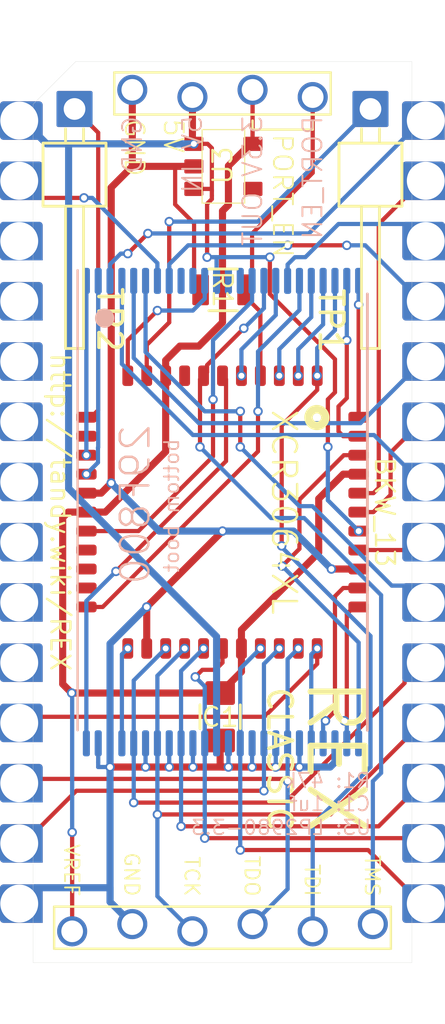
<source format=kicad_pcb>
(kicad_pcb (version 20171130) (host pcbnew 5.1.8-db9833491~88~ubuntu20.10.1)

  (general
    (thickness 1.6)
    (drawings 38)
    (tracks 404)
    (zones 0)
    (modules 13)
    (nets 44)
  )

  (page USLetter)
  (title_block
    (title "REX Classic, BKW re-spin")
    (date 2020-11-30)
    (rev 13)
    (company "Brian K. White - b.kenyon.w@gmail.com")
    (comment 1 "Original design: Steve Adolph")
  )

  (layers
    (0 Top signal)
    (31 Bottom signal)
    (32 B.Adhes user)
    (33 F.Adhes user)
    (34 B.Paste user)
    (35 F.Paste user)
    (36 B.SilkS user)
    (37 F.SilkS user)
    (38 B.Mask user)
    (39 F.Mask user)
    (40 Dwgs.User user)
    (41 Cmts.User user hide)
    (42 Eco1.User user hide)
    (43 Eco2.User user hide)
    (44 Edge.Cuts user)
    (45 Margin user hide)
    (46 B.CrtYd user hide)
    (47 F.CrtYd user hide)
    (48 B.Fab user hide)
    (49 F.Fab user hide)
  )

  (setup
    (last_trace_width 0.18)
    (user_trace_width 0.3)
    (trace_clearance 0.16)
    (zone_clearance 0.508)
    (zone_45_only no)
    (trace_min 0.16)
    (via_size 0.4)
    (via_drill 0.25)
    (via_min_size 0.4)
    (via_min_drill 0.25)
    (uvia_size 0.4)
    (uvia_drill 0.25)
    (uvias_allowed no)
    (uvia_min_size 0.4)
    (uvia_min_drill 0.25)
    (edge_width 0.01)
    (segment_width 0.2032)
    (pcb_text_width 0.254)
    (pcb_text_size 1.2192 1.2192)
    (mod_edge_width 0.1)
    (mod_text_size 0.4572 0.4572)
    (mod_text_width 0.1)
    (pad_size 1.905 2.032)
    (pad_drill 1.524)
    (pad_to_mask_clearance 0)
    (aux_axis_origin 0 0)
    (grid_origin 147.2184 99.187)
    (visible_elements FFFFFF7F)
    (pcbplotparams
      (layerselection 0x010fc_ffffffff)
      (usegerberextensions false)
      (usegerberattributes false)
      (usegerberadvancedattributes false)
      (creategerberjobfile false)
      (excludeedgelayer true)
      (linewidth 0.100000)
      (plotframeref false)
      (viasonmask false)
      (mode 1)
      (useauxorigin false)
      (hpglpennumber 1)
      (hpglpenspeed 20)
      (hpglpendiameter 15.000000)
      (psnegative false)
      (psa4output false)
      (plotreference true)
      (plotvalue true)
      (plotinvisibletext false)
      (padsonsilk false)
      (subtractmaskfromsilk false)
      (outputformat 1)
      (mirror false)
      (drillshape 1)
      (scaleselection 1)
      (outputdirectory ""))
  )

  (net 0 "")
  (net 1 GND)
  (net 2 +3V3)
  (net 3 /LVA17)
  (net 4 /LVA0)
  (net 5 /+5)
  (net 6 /LVA1)
  (net 7 /LVA2)
  (net 8 /LVA3)
  (net 9 /LVA4)
  (net 10 /LVA5)
  (net 11 /LVA6)
  (net 12 /LVA7)
  (net 13 /A8)
  (net 14 /LVA18)
  (net 15 /LVA19)
  (net 16 /A9)
  (net 17 /A10)
  (net 18 /A11)
  (net 19 /A12)
  (net 20 /A13)
  (net 21 /A14)
  (net 22 /LVA15)
  (net 23 /LVA16)
  (net 24 /PORT_EN)
  (net 25 /ALE)
  (net 26 /TP2)
  (net 27 /TP1)
  (net 28 /~RD)
  (net 29 /~CS)
  (net 30 /~WE)
  (net 31 /RY_BY)
  (net 32 /~CE)
  (net 33 /~OE)
  (net 34 /D2)
  (net 35 /D1)
  (net 36 /D0)
  (net 37 /D7)
  (net 38 /D6)
  (net 39 /D5)
  (net 40 /D4)
  (net 41 /D3)
  (net 42 /~RESET)
  (net 43 /~BYTE)

  (net_class Default "This is the default net class."
    (clearance 0.16)
    (trace_width 0.18)
    (via_dia 0.4)
    (via_drill 0.25)
    (uvia_dia 0.4)
    (uvia_drill 0.25)
    (add_net +3V3)
    (add_net /+5)
    (add_net /A10)
    (add_net /A11)
    (add_net /A12)
    (add_net /A13)
    (add_net /A14)
    (add_net /A8)
    (add_net /A9)
    (add_net /ALE)
    (add_net /D0)
    (add_net /D1)
    (add_net /D2)
    (add_net /D3)
    (add_net /D4)
    (add_net /D5)
    (add_net /D6)
    (add_net /D7)
    (add_net /LVA0)
    (add_net /LVA1)
    (add_net /LVA15)
    (add_net /LVA16)
    (add_net /LVA17)
    (add_net /LVA18)
    (add_net /LVA19)
    (add_net /LVA2)
    (add_net /LVA3)
    (add_net /LVA4)
    (add_net /LVA5)
    (add_net /LVA6)
    (add_net /LVA7)
    (add_net /PORT_EN)
    (add_net /RY_BY)
    (add_net /TP1)
    (add_net /TP2)
    (add_net /~BYTE)
    (add_net /~CE)
    (add_net /~CS)
    (add_net /~OE)
    (add_net /~RD)
    (add_net /~RESET)
    (add_net /~WE)
    (add_net GND)
  )

  (module 000_LOCAL:1x6_jamb_stagger (layer Top) (tedit 5FC5A84B) (tstamp 5D255940)
    (at 147.2184 116.713)
    (descr "6 pin jamb connector, perpendicular offsets")
    (path /5D38CEC5)
    (solder_mask_margin -0.1524)
    (fp_text reference J2 (at 0 0 -180) (layer Dwgs.User) hide
      (effects (font (size 1.2065 1.2065) (thickness 0.127)) (justify bottom))
    )
    (fp_text value JTAG (at 0.057661 2.669496 unlocked) (layer F.Fab)
      (effects (font (size 1.2065 1.2065) (thickness 0.1016)) (justify bottom))
    )
    (fp_poly (pts (xy -6.6675 -0.3175) (xy -6.6675 0.3175) (xy -6.0325 0.3175) (xy -6.0325 -0.3175)) (layer Dwgs.User) (width 0))
    (fp_poly (pts (xy -4.1275 -0.3175) (xy -4.1275 0.3175) (xy -3.4925 0.3175) (xy -3.4925 -0.3175)) (layer Dwgs.User) (width 0))
    (fp_poly (pts (xy -1.5875 -0.3175) (xy -1.5875 0.3175) (xy -0.9525 0.3175) (xy -0.9525 -0.3175)) (layer Dwgs.User) (width 0))
    (fp_poly (pts (xy 0.9525 -0.3175) (xy 0.9525 0.3175) (xy 1.5875 0.3175) (xy 1.5875 -0.3175)) (layer Dwgs.User) (width 0))
    (fp_poly (pts (xy 3.4925 -0.3175) (xy 3.4925 0.3175) (xy 4.1275 0.3175) (xy 4.1275 -0.3175)) (layer Dwgs.User) (width 0))
    (fp_poly (pts (xy 6.0325 -0.3175) (xy 6.0325 0.3175) (xy 6.6675 0.3175) (xy 6.6675 -0.3175)) (layer Dwgs.User) (width 0))
    (pad 6 thru_hole circle (at 6.35 -0.1524) (size 1.27 1.27) (drill 0.9144) (layers *.Cu *.Mask)
      (net 15 /LVA19))
    (pad 5 thru_hole circle (at 3.81 0.1524) (size 1.27 1.27) (drill 0.9144) (layers *.Cu *.Mask)
      (net 9 /LVA4))
    (pad 4 thru_hole circle (at 1.27 -0.1524) (size 1.27 1.27) (drill 0.9144) (layers *.Cu *.Mask)
      (net 35 /D1))
    (pad 3 thru_hole circle (at -1.27 0.1524) (size 1.27 1.27) (drill 0.9144) (layers *.Cu *.Mask)
      (net 38 /D6))
    (pad 2 thru_hole circle (at -3.81 -0.1524) (size 1.27 1.27) (drill 0.9144) (layers *.Cu *.Mask)
      (net 1 GND))
    (pad 1 thru_hole circle (at -6.35 0.1524) (size 1.27 1.27) (drill 0.9144) (layers *.Cu *.Mask)
      (net 2 +3V3))
  )

  (module 000_LOCAL:1x4_jamb_stagger (layer Top) (tedit 5FC5A7EE) (tstamp 5D2E7721)
    (at 147.2184 81.534)
    (descr "jamb connector, 4 pin, staggered")
    (path /5D265CE5)
    (solder_mask_margin -0.1524)
    (fp_text reference J3 (at 0 0 -180) (layer Dwgs.User) hide
      (effects (font (size 1.2065 1.2065) (thickness 0.127)) (justify bottom))
    )
    (fp_text value PRG (at 0.039564 2.518139 unlocked) (layer F.Fab)
      (effects (font (size 1.2065 1.2065) (thickness 0.1016)) (justify bottom))
    )
    (fp_poly (pts (xy 0.9525 -0.3175) (xy 0.9525 0.3175) (xy 1.5875 0.3175) (xy 1.5875 -0.3175)) (layer Dwgs.User) (width 0.000254))
    (fp_poly (pts (xy -1.5875 -0.3175) (xy -1.5875 0.3175) (xy -0.9525 0.3175) (xy -0.9525 -0.3175)) (layer Dwgs.User) (width 0.000254))
    (fp_poly (pts (xy 3.4925 -0.3175) (xy 3.4925 0.3175) (xy 4.1275 0.3175) (xy 4.1275 -0.3175)) (layer Dwgs.User) (width 0.000254))
    (fp_poly (pts (xy -4.1275 -0.3175) (xy -4.1275 0.3175) (xy -3.4925 0.3175) (xy -3.4925 -0.3175)) (layer Dwgs.User) (width 0.000254))
    (pad 4 thru_hole circle (at 3.81 0.1524) (size 1.27 1.27) (drill 0.9144) (layers *.Cu *.Mask)
      (net 24 /PORT_EN))
    (pad 3 thru_hole circle (at 1.27 -0.1524) (size 1.27 1.27) (drill 0.9144) (layers *.Cu *.Mask)
      (net 2 +3V3))
    (pad 2 thru_hole circle (at -1.27 0.1524) (size 1.27 1.27) (drill 0.9144) (layers *.Cu *.Mask)
      (net 5 /+5))
    (pad 1 thru_hole circle (at -3.81 -0.1524) (size 1.27 1.27) (drill 0.9144) (layers *.Cu *.Mask)
      (net 1 GND))
  )

  (module 000_LOCAL:pcb2molex8878 (layer Top) (tedit 5FC57603) (tstamp 5D59F431)
    (at 147.2184 99.187)
    (descr "Castellated edge contacts to fit Molex 8878 Socket")
    (path /5D27638E)
    (solder_mask_margin 0.0508)
    (fp_text reference J1 (at -0.9906 -0.9906 -90) (layer Dwgs.User) hide
      (effects (font (size 1.2065 1.2065) (thickness 0.127)) (justify left bottom))
    )
    (fp_text value Molex_DIP28_edge_contacts (at 2.0701 -8.8773 -90) (layer F.Fab) hide
      (effects (font (size 1.2065 1.2065) (thickness 0.1016)) (justify left bottom))
    )
    (fp_poly (pts (xy 9.2456 1.9304) (xy 7.747 1.9304) (xy 7.747 0.6096) (xy 9.2456 0.6096)) (layer Top) (width 0.3048))
    (fp_poly (pts (xy 9.2456 -0.6096) (xy 7.747 -0.6096) (xy 7.747 -1.9304) (xy 9.2456 -1.9304)) (layer Top) (width 0.3048))
    (fp_poly (pts (xy 9.2456 14.6304) (xy 7.747 14.6304) (xy 7.747 13.3096) (xy 9.2456 13.3096)) (layer Top) (width 0.3048))
    (fp_poly (pts (xy 9.2456 7.0104) (xy 7.747 7.0104) (xy 7.747 5.6896) (xy 9.2456 5.6896)) (layer Top) (width 0.3048))
    (fp_poly (pts (xy 9.2456 10.7696) (xy 7.747 10.7696) (xy 7.747 12.0904) (xy 9.2456 12.0904)) (layer Bottom) (width 0.3048))
    (fp_poly (pts (xy 9.2456 4.4704) (xy 7.747 4.4704) (xy 7.747 3.1496) (xy 9.2456 3.1496)) (layer Top) (width 0.3048))
    (fp_poly (pts (xy 9.2456 -4.4704) (xy 7.747 -4.4704) (xy 7.747 -3.1496) (xy 9.2456 -3.1496)) (layer Bottom) (width 0.3048))
    (fp_poly (pts (xy 9.2456 8.2296) (xy 7.747 8.2296) (xy 7.747 9.5504) (xy 9.2456 9.5504)) (layer Bottom) (width 0.3048))
    (fp_poly (pts (xy 9.2456 13.3096) (xy 7.747 13.3096) (xy 7.747 14.6304) (xy 9.2456 14.6304)) (layer Bottom) (width 0.3048))
    (fp_poly (pts (xy 9.2456 -10.7696) (xy 7.747 -10.7696) (xy 7.747 -12.0904) (xy 9.2456 -12.0904)) (layer Top) (width 0.3048))
    (fp_poly (pts (xy 9.2456 -9.5504) (xy 7.747 -9.5504) (xy 7.747 -8.2296) (xy 9.2456 -8.2296)) (layer Bottom) (width 0.3048))
    (fp_poly (pts (xy 9.2456 0.6096) (xy 7.747 0.6096) (xy 7.747 1.9304) (xy 9.2456 1.9304)) (layer Bottom) (width 0.3048))
    (fp_poly (pts (xy 9.2456 3.1496) (xy 7.747 3.1496) (xy 7.747 4.4704) (xy 9.2456 4.4704)) (layer Bottom) (width 0.3048))
    (fp_poly (pts (xy 9.2456 -12.0904) (xy 7.747 -12.0904) (xy 7.747 -10.7696) (xy 9.2456 -10.7696)) (layer Bottom) (width 0.3048))
    (fp_poly (pts (xy 9.2456 -14.6304) (xy 7.747 -14.6304) (xy 7.747 -13.3096) (xy 9.2456 -13.3096)) (layer Bottom) (width 0.3048))
    (fp_poly (pts (xy 9.2456 12.0904) (xy 7.747 12.0904) (xy 7.747 10.7696) (xy 9.2456 10.7696)) (layer Top) (width 0.3048))
    (fp_poly (pts (xy 9.2456 9.5504) (xy 7.747 9.5504) (xy 7.747 8.2296) (xy 9.2456 8.2296)) (layer Top) (width 0.3048))
    (fp_poly (pts (xy 9.2456 -3.1496) (xy 7.747 -3.1496) (xy 7.747 -4.4704) (xy 9.2456 -4.4704)) (layer Top) (width 0.3048))
    (fp_poly (pts (xy 9.2456 -1.9304) (xy 7.747 -1.9304) (xy 7.747 -0.6096) (xy 9.2456 -0.6096)) (layer Bottom) (width 0.3048))
    (fp_poly (pts (xy 9.2456 -5.6896) (xy 7.747 -5.6896) (xy 7.747 -7.0104) (xy 9.2456 -7.0104)) (layer Top) (width 0.3048))
    (fp_poly (pts (xy 9.2456 17.1704) (xy 7.747 17.1704) (xy 7.747 15.8496) (xy 9.2456 15.8496)) (layer Top) (width 0.3048))
    (fp_poly (pts (xy 9.2456 5.6896) (xy 7.747 5.6896) (xy 7.747 7.0104) (xy 9.2456 7.0104)) (layer Bottom) (width 0.3048))
    (fp_poly (pts (xy 9.2456 -7.0104) (xy 7.747 -7.0104) (xy 7.747 -5.6896) (xy 9.2456 -5.6896)) (layer Bottom) (width 0.3048))
    (fp_poly (pts (xy 9.2456 -13.3096) (xy 7.747 -13.3096) (xy 7.747 -14.6304) (xy 9.2456 -14.6304)) (layer Top) (width 0.3048))
    (fp_poly (pts (xy 9.2456 15.8496) (xy 7.747 15.8496) (xy 7.747 17.1704) (xy 9.2456 17.1704)) (layer Bottom) (width 0.3048))
    (fp_poly (pts (xy 9.2456 -8.2296) (xy 7.747 -8.2296) (xy 7.747 -9.5504) (xy 9.2456 -9.5504)) (layer Top) (width 0.3048))
    (fp_poly (pts (xy 9.2329 -15.8496) (xy 7.7343 -15.8496) (xy 7.7343 -17.1704) (xy 9.2329 -17.1704)) (layer Top) (width 0.3048))
    (fp_poly (pts (xy 9.2329 -15.8496) (xy 7.7343 -15.8496) (xy 7.7343 -17.1704) (xy 9.2329 -17.1704)) (layer Bottom) (width 0.3048))
    (fp_poly (pts (xy -7.747 0.6096) (xy -9.2456 0.6096) (xy -9.2456 1.9304) (xy -7.747 1.9304)) (layer Bottom) (width 0.3048))
    (fp_poly (pts (xy -7.747 3.1496) (xy -9.2456 3.1496) (xy -9.2456 4.4704) (xy -7.747 4.4704)) (layer Bottom) (width 0.3048))
    (fp_poly (pts (xy -7.747 -12.0904) (xy -9.2456 -12.0904) (xy -9.2456 -10.7696) (xy -7.747 -10.7696)) (layer Bottom) (width 0.3048))
    (fp_poly (pts (xy -7.747 -4.4704) (xy -9.2456 -4.4704) (xy -9.2456 -3.1496) (xy -7.747 -3.1496)) (layer Bottom) (width 0.3048))
    (fp_poly (pts (xy -7.747 -1.9304) (xy -9.2456 -1.9304) (xy -9.2456 -0.6096) (xy -7.747 -0.6096)) (layer Bottom) (width 0.3048))
    (fp_poly (pts (xy -7.747 13.3096) (xy -9.2456 13.3096) (xy -9.2456 14.6304) (xy -7.747 14.6304)) (layer Bottom) (width 0.3048))
    (fp_poly (pts (xy -7.747 -9.5504) (xy -9.2456 -9.5504) (xy -9.2456 -8.2296) (xy -7.747 -8.2296)) (layer Bottom) (width 0.3048))
    (fp_poly (pts (xy -7.747 -7.0104) (xy -9.2456 -7.0104) (xy -9.2456 -5.6896) (xy -7.747 -5.6896)) (layer Bottom) (width 0.3048))
    (fp_poly (pts (xy -7.747 5.6896) (xy -9.2456 5.6896) (xy -9.2456 7.0104) (xy -7.747 7.0104)) (layer Bottom) (width 0.3048))
    (fp_poly (pts (xy -7.747 8.2296) (xy -9.2456 8.2296) (xy -9.2456 9.5504) (xy -7.747 9.5504)) (layer Bottom) (width 0.3048))
    (fp_poly (pts (xy -7.747 -14.6304) (xy -9.2456 -14.6304) (xy -9.2456 -13.3096) (xy -7.747 -13.3096)) (layer Bottom) (width 0.3048))
    (fp_poly (pts (xy -7.747 15.8496) (xy -9.2456 15.8496) (xy -9.2456 17.1704) (xy -7.747 17.1704)) (layer Bottom) (width 0.3048))
    (fp_poly (pts (xy -7.747 10.7696) (xy -9.2456 10.7696) (xy -9.2456 12.0904) (xy -7.747 12.0904)) (layer Bottom) (width 0.3048))
    (fp_poly (pts (xy -7.747 17.1704) (xy -9.2456 17.1704) (xy -9.2456 15.8496) (xy -7.747 15.8496)) (layer Top) (width 0.3048))
    (fp_poly (pts (xy -7.747 14.6304) (xy -9.2456 14.6304) (xy -9.2456 13.3096) (xy -7.747 13.3096)) (layer Top) (width 0.3048))
    (fp_poly (pts (xy -7.747 12.0904) (xy -9.2456 12.0904) (xy -9.2456 10.7696) (xy -7.747 10.7696)) (layer Top) (width 0.3048))
    (fp_poly (pts (xy -7.747 9.5504) (xy -9.2456 9.5504) (xy -9.2456 8.2296) (xy -7.747 8.2296)) (layer Top) (width 0.3048))
    (fp_poly (pts (xy -7.747 7.0104) (xy -9.2456 7.0104) (xy -9.2456 5.6896) (xy -7.747 5.6896)) (layer Top) (width 0.3048))
    (fp_poly (pts (xy -7.747 4.4704) (xy -9.2456 4.4704) (xy -9.2456 3.1496) (xy -7.747 3.1496)) (layer Top) (width 0.3048))
    (fp_poly (pts (xy -7.747 1.9304) (xy -9.2456 1.9304) (xy -9.2456 0.6096) (xy -7.747 0.6096)) (layer Top) (width 0.3048))
    (fp_poly (pts (xy -7.747 -0.6096) (xy -9.2456 -0.6096) (xy -9.2456 -1.9304) (xy -7.747 -1.9304)) (layer Top) (width 0.3048))
    (fp_poly (pts (xy -7.747 -3.1496) (xy -9.2456 -3.1496) (xy -9.2456 -4.4704) (xy -7.747 -4.4704)) (layer Top) (width 0.3048))
    (fp_poly (pts (xy -7.747 -5.6896) (xy -9.2456 -5.6896) (xy -9.2456 -7.0104) (xy -7.747 -7.0104)) (layer Top) (width 0.3048))
    (fp_poly (pts (xy -7.747 -8.2296) (xy -9.2456 -8.2296) (xy -9.2456 -9.5504) (xy -7.747 -9.5504)) (layer Top) (width 0.3048))
    (fp_poly (pts (xy -7.747 -10.7696) (xy -9.2456 -10.7696) (xy -9.2456 -12.0904) (xy -7.747 -12.0904)) (layer Top) (width 0.3048))
    (fp_poly (pts (xy -7.747 -13.3096) (xy -9.2456 -13.3096) (xy -9.2456 -14.6304) (xy -7.747 -14.6304)) (layer Top) (width 0.3048))
    (fp_poly (pts (xy -7.747 -15.8496) (xy -9.2456 -15.8496) (xy -9.2456 -17.1704) (xy -7.747 -17.1704)) (layer Top) (width 0.3048))
    (fp_poly (pts (xy -7.747 -15.8496) (xy -9.2456 -15.8496) (xy -9.2456 -17.1704) (xy -7.747 -17.1704)) (layer Bottom) (width 0.3048))
    (fp_line (start 4.5593 19.05) (end 8.1 19.05) (layer Eco1.User) (width 0.01))
    (fp_line (start -8.1 19.05) (end -4.5593 19.05) (layer Eco1.User) (width 0.01))
    (fp_line (start 0.762 -19.05) (end 8.1 -19.05) (layer Eco1.User) (width 0.01))
    (fp_line (start -8.1 -19.05) (end -0.762 -19.05) (layer Eco1.User) (width 0.01))
    (fp_line (start 8.1 19.05) (end 8.1 -19.05) (layer Eco1.User) (width 0.01))
    (fp_line (start -8.1 19.05) (end -8.1 -19.05) (layer Eco1.User) (width 0.01))
    (fp_line (start 3.0353 19.05) (end -3.0353 19.05) (layer Eco1.User) (width 0.01))
    (fp_line (start 3.0353 21.59) (end 3.0353 19.05) (layer Eco1.User) (width 0.01))
    (fp_line (start 4.5593 21.59) (end 3.0353 21.59) (layer Eco1.User) (width 0.01))
    (fp_line (start 4.5593 19.05) (end 4.5593 21.59) (layer Eco1.User) (width 0.01))
    (fp_line (start -3.0353 21.59) (end -3.0353 19.05) (layer Eco1.User) (width 0.01))
    (fp_line (start -4.5593 21.59) (end -3.0353 21.59) (layer Eco1.User) (width 0.01))
    (fp_line (start -4.5593 19.05) (end -4.5593 21.59) (layer Eco1.User) (width 0.01))
    (fp_line (start 0.762 -21.59) (end 0.762 -19.05) (layer Eco1.User) (width 0.01))
    (fp_line (start -0.762 -21.59) (end 0.762 -21.59) (layer Eco1.User) (width 0.01))
    (fp_line (start -0.762 -19.05) (end -0.762 -21.59) (layer Eco1.User) (width 0.01))
    (fp_arc (start -5.4229 19.9136) (end -4.5593 19.9136) (angle -90) (layer Eco1.User) (width 0.00508))
    (fp_arc (start -2.1717 19.9136) (end -2.1717 19.05) (angle -90) (layer Eco1.User) (width 0.00508))
    (fp_arc (start 5.4229 19.9136) (end 5.4229 19.05) (angle -90) (layer Eco1.User) (width 0.00508))
    (fp_arc (start 2.1717 19.9136) (end 3.0353 19.9136) (angle -90) (layer Eco1.User) (width 0.00508))
    (fp_arc (start -1.6256 -19.9136) (end -1.6256 -19.05) (angle -90) (layer Eco1.User) (width 0.00508))
    (fp_arc (start 1.6256 -19.9136) (end 0.762 -19.9136) (angle -90) (layer Eco1.User) (width 0.00508))
    (fp_text user "Eco1.User is Edge.Cuts for use without carrier." (at -0.0298 12.25) (layer Eco1.User)
      (effects (font (size 0.2 0.2) (thickness 0.01)))
    )
    (pad 1 thru_hole circle (at -8.5852 -16.51) (size 1.6002 1.6002) (drill 1.59766) (layers *.Cu *.Mask)
      (net 5 /+5) (zone_connect 0))
    (pad 28 thru_hole circle (at 8.5852 -16.51 180) (size 1.6002 1.6002) (drill 1.59766) (layers *.Cu *.Mask)
      (net 21 /A14))
    (pad 14 thru_hole circle (at -8.5852 16.51) (size 1.6002 1.6002) (drill 1.59766) (layers *.Cu *.Mask)
      (net 1 GND) (zone_connect 0))
    (pad 27 thru_hole circle (at 8.5852 -13.97 180) (size 1.6002 1.6002) (drill 1.59766) (layers *.Cu *.Mask)
      (net 29 /~CS))
    (pad 13 thru_hole circle (at -8.5852 13.97) (size 1.6002 1.6002) (drill 1.59766) (layers *.Cu *.Mask)
      (net 34 /D2) (zone_connect 0))
    (pad 26 thru_hole circle (at 8.5852 -11.43 180) (size 1.6002 1.6002) (drill 1.59766) (layers *.Cu *.Mask)
      (net 13 /A8))
    (pad 12 thru_hole circle (at -8.5852 11.43) (size 1.6002 1.6002) (drill 1.59766) (layers *.Cu *.Mask)
      (net 35 /D1) (zone_connect 0))
    (pad 25 thru_hole circle (at 8.5852 -8.89 180) (size 1.6002 1.6002) (drill 1.59766) (layers *.Cu *.Mask)
      (net 16 /A9))
    (pad 11 thru_hole circle (at -8.5852 8.89) (size 1.6002 1.6002) (drill 1.59766) (layers *.Cu *.Mask)
      (net 36 /D0) (zone_connect 0))
    (pad 24 thru_hole circle (at 8.5852 -6.35 180) (size 1.6002 1.6002) (drill 1.59766) (layers *.Cu *.Mask)
      (net 19 /A12))
    (pad 10 thru_hole circle (at -8.5852 6.35) (size 1.6002 1.6002) (drill 1.59766) (layers *.Cu *.Mask)
      (zone_connect 0))
    (pad 23 thru_hole circle (at 8.5852 -3.81 180) (size 1.6002 1.6002) (drill 1.59766) (layers *.Cu *.Mask)
      (net 25 /ALE))
    (pad 9 thru_hole circle (at -8.5852 3.81) (size 1.6002 1.6002) (drill 1.59766) (layers *.Cu *.Mask)
      (zone_connect 0))
    (pad 22 thru_hole circle (at 8.5852 -1.27 180) (size 1.6002 1.6002) (drill 1.59766) (layers *.Cu *.Mask)
      (net 20 /A13))
    (pad 8 thru_hole circle (at -8.5852 1.27) (size 1.6002 1.6002) (drill 1.59766) (layers *.Cu *.Mask)
      (zone_connect 0))
    (pad 21 thru_hole circle (at 8.5852 1.27 180) (size 1.6002 1.6002) (drill 1.59766) (layers *.Cu *.Mask)
      (net 28 /~RD))
    (pad 7 thru_hole circle (at -8.5852 -1.27) (size 1.6002 1.6002) (drill 1.59766) (layers *.Cu *.Mask)
      (zone_connect 0))
    (pad 20 thru_hole circle (at 8.5852 3.81 180) (size 1.6002 1.6002) (drill 1.59766) (layers *.Cu *.Mask)
      (net 18 /A11))
    (pad 6 thru_hole circle (at -8.5852 -3.81) (size 1.6002 1.6002) (drill 1.59766) (layers *.Cu *.Mask)
      (zone_connect 0))
    (pad 19 thru_hole circle (at 8.5852 6.35 180) (size 1.6002 1.6002) (drill 1.59766) (layers *.Cu *.Mask)
      (net 37 /D7))
    (pad 5 thru_hole circle (at -8.5852 -6.35) (size 1.6002 1.6002) (drill 1.59766) (layers *.Cu *.Mask)
      (zone_connect 0))
    (pad 18 thru_hole circle (at 8.5852 8.89 180) (size 1.6002 1.6002) (drill 1.59766) (layers *.Cu *.Mask)
      (net 38 /D6))
    (pad 4 thru_hole circle (at -8.5852 -8.89) (size 1.6002 1.6002) (drill 1.59766) (layers *.Cu *.Mask)
      (zone_connect 0))
    (pad 17 thru_hole circle (at 8.5852 11.43 180) (size 1.6002 1.6002) (drill 1.59766) (layers *.Cu *.Mask)
      (net 39 /D5))
    (pad 3 thru_hole circle (at -8.5852 -11.43) (size 1.6002 1.6002) (drill 1.59766) (layers *.Cu *.Mask)
      (zone_connect 0))
    (pad 16 thru_hole circle (at 8.5852 13.97 180) (size 1.6002 1.6002) (drill 1.59766) (layers *.Cu *.Mask)
      (net 40 /D4))
    (pad 2 thru_hole circle (at -8.5852 -13.97) (size 1.6002 1.6002) (drill 1.59766) (layers *.Cu *.Mask)
      (net 17 /A10) (zone_connect 0))
    (pad 15 thru_hole circle (at 8.5852 16.51 180) (size 1.6002 1.6002) (drill 1.59766) (layers *.Cu *.Mask)
      (net 41 /D3))
  )

  (module 000_LOCAL:Net_Tie_2_0.18mm (layer Top) (tedit 5FB9497C) (tstamp 5FB9B9FA)
    (at 146.7684 85.737 270)
    (path /5FBB145C)
    (fp_text reference NT1 (at 0 2 90) (layer F.SilkS) hide
      (effects (font (size 0.8128 0.8128) (thickness 0.1016)))
    )
    (fp_text value Net-Tie_2 (at 0 -2 90) (layer F.Fab) hide
      (effects (font (size 0.7112 0.7112) (thickness 0.0254)))
    )
    (fp_line (start -0.1 0) (end 0.1 0) (layer Top) (width 0.18))
    (pad 2 smd circle (at 0.1 0 270) (size 0.18 0.18) (layers Top F.Paste)
      (net 42 /~RESET))
    (pad 1 smd circle (at -0.1 0 270) (size 0.18 0.18) (layers Top F.Paste)
      (net 5 /+5))
  )

  (module 000_LOCAL:Net_Tie_2_0.18mm (layer Bottom) (tedit 5FB9497C) (tstamp 5FB9BA01)
    (at 141.9684 109.837 90)
    (path /5FCB31BF)
    (fp_text reference NT2 (at 0 -2 90) (layer B.SilkS) hide
      (effects (font (size 0.8128 0.8128) (thickness 0.1016)) (justify mirror))
    )
    (fp_text value Net-Tie_2 (at 0 2 90) (layer B.Fab) hide
      (effects (font (size 0.7112 0.7112) (thickness 0.0254)) (justify mirror))
    )
    (fp_line (start -0.1 0) (end 0.1 0) (layer Bottom) (width 0.18))
    (pad 2 smd circle (at 0.1 0 90) (size 0.18 0.18) (layers Bottom B.Paste)
      (net 43 /~BYTE))
    (pad 1 smd circle (at -0.1 0 90) (size 0.18 0.18) (layers Bottom B.Paste)
      (net 1 GND))
  )

  (module 000_LOCAL:R_0805 (layer Top) (tedit 5FB6BB99) (tstamp 5D099A58)
    (at 147.2438 89.8144 180)
    (descr "Resistor SMD 0805, reflow soldering, Vishay (see dcrcw.pdf)")
    (tags "resistor 0805")
    (path /2604F989)
    (attr smd)
    (fp_text reference R1 (at 0.0254 0.0274 270 unlocked) (layer F.SilkS)
      (effects (font (size 0.8 0.8) (thickness 0.1)))
    )
    (fp_text value 47k (at 0 1.75) (layer F.Fab)
      (effects (font (size 1 1) (thickness 0.15)))
    )
    (fp_line (start 1.55 0.9) (end -1.55 0.9) (layer F.CrtYd) (width 0.05))
    (fp_line (start 1.55 0.9) (end 1.55 -0.9) (layer F.CrtYd) (width 0.05))
    (fp_line (start -1.55 -0.9) (end -1.55 0.9) (layer F.CrtYd) (width 0.05))
    (fp_line (start -1.55 -0.9) (end 1.55 -0.9) (layer F.CrtYd) (width 0.05))
    (fp_line (start -0.6 -0.88) (end 0.6 -0.88) (layer F.SilkS) (width 0.12))
    (fp_line (start 0.6 0.88) (end -0.6 0.88) (layer F.SilkS) (width 0.12))
    (fp_line (start -1 -0.62) (end 1 -0.62) (layer F.Fab) (width 0.1))
    (fp_line (start 1 -0.62) (end 1 0.62) (layer F.Fab) (width 0.1))
    (fp_line (start 1 0.62) (end -1 0.62) (layer F.Fab) (width 0.1))
    (fp_line (start -1 0.62) (end -1 -0.62) (layer F.Fab) (width 0.1))
    (fp_text user %R (at 0 0) (layer F.Fab)
      (effects (font (size 0.5 0.5) (thickness 0.075)))
    )
    (pad 1 smd roundrect (at -0.95 0 180) (size 0.7 1.3) (layers Top F.Paste F.Mask) (roundrect_rratio 0.1)
      (net 24 /PORT_EN))
    (pad 2 smd roundrect (at 0.95 0 180) (size 0.7 1.3) (layers Top F.Paste F.Mask) (roundrect_rratio 0.1)
      (net 1 GND))
    (model ${KIPRJMOD}/000_LOCAL.pretty/3d/R_0805_2012Metric.step
      (at (xyz 0 0 0))
      (scale (xyz 1 1 1))
      (rotate (xyz 0 0 0))
    )
  )

  (module 000_LOCAL:C_0805 (layer Top) (tedit 5FB6BB7C) (tstamp 5D17005C)
    (at 147.1184 107.81792 270)
    (descr "Capacitor SMD 0805, reflow soldering, AVX (see smccp.pdf)")
    (tags "capacitor 0805")
    (path /327B8ADF)
    (attr smd)
    (fp_text reference C1 (at 0.01908 0) (layer F.SilkS)
      (effects (font (size 0.8 0.8) (thickness 0.1)))
    )
    (fp_text value C-USC0805 (at 0 1.75 90) (layer F.Fab)
      (effects (font (size 1 1) (thickness 0.15)))
    )
    (fp_line (start 1.75 0.87) (end -1.75 0.87) (layer F.CrtYd) (width 0.05))
    (fp_line (start 1.75 0.87) (end 1.75 -0.88) (layer F.CrtYd) (width 0.05))
    (fp_line (start -1.75 -0.88) (end -1.75 0.87) (layer F.CrtYd) (width 0.05))
    (fp_line (start -1.75 -0.88) (end 1.75 -0.88) (layer F.CrtYd) (width 0.05))
    (fp_line (start -0.5 0.85) (end 0.5 0.85) (layer F.SilkS) (width 0.12))
    (fp_line (start 0.5 -0.85) (end -0.5 -0.85) (layer F.SilkS) (width 0.12))
    (fp_line (start -1 -0.62) (end 1 -0.62) (layer F.Fab) (width 0.1))
    (fp_line (start 1 -0.62) (end 1 0.62) (layer F.Fab) (width 0.1))
    (fp_line (start 1 0.62) (end -1 0.62) (layer F.Fab) (width 0.1))
    (fp_line (start -1 0.62) (end -1 -0.62) (layer F.Fab) (width 0.1))
    (fp_text user %R (at 0 -1.5 90) (layer F.Fab)
      (effects (font (size 1 1) (thickness 0.15)))
    )
    (pad 1 smd roundrect (at -1 0 270) (size 1 1.25) (layers Top F.Paste F.Mask) (roundrect_rratio 0.1)
      (net 2 +3V3))
    (pad 2 smd roundrect (at 1 0 270) (size 1 1.25) (layers Top F.Paste F.Mask) (roundrect_rratio 0.1)
      (net 1 GND))
    (model ${KIPRJMOD}/000_LOCAL.pretty/3d/C_0805_2012Metric.step
      (at (xyz 0 0 0))
      (scale (xyz 1 1 1))
      (rotate (xyz 0 0 0))
    )
  )

  (module 000_LOCAL:SOT-23-5 (layer Top) (tedit 5FB6BB0C) (tstamp 5E3C09DF)
    (at 147.2565 84.6074)
    (descr "5-pin SOT23 package")
    (tags SOT-23-5)
    (path /5D30DD1C)
    (attr smd)
    (fp_text reference U3 (at -0.02794 -0.04064 -90) (layer F.SilkS)
      (effects (font (size 0.8 0.8) (thickness 0.1)))
    )
    (fp_text value LP2980-3.3 (at 0 2.9) (layer F.Fab)
      (effects (font (size 1 1) (thickness 0.15)))
    )
    (fp_line (start -0.9 -1.55) (end -0.9 1.55) (layer F.SilkS) (width 0.0508))
    (fp_line (start 0.9 -1.55) (end -0.9 -1.55) (layer F.SilkS) (width 0.0508))
    (fp_line (start 0.9 1.55) (end 0.9 -1.55) (layer F.SilkS) (width 0.0508))
    (fp_line (start -0.9 1.55) (end 0.9 1.55) (layer F.SilkS) (width 0.0508))
    (fp_line (start -0.9 -0.9) (end -0.25 -1.55) (layer F.Fab) (width 0.1))
    (fp_line (start 0.9 -1.55) (end -0.25 -1.55) (layer F.Fab) (width 0.1))
    (fp_line (start -0.9 -0.9) (end -0.9 1.55) (layer F.Fab) (width 0.1))
    (fp_line (start 0.9 1.55) (end -0.9 1.55) (layer F.Fab) (width 0.1))
    (fp_line (start 0.9 -1.55) (end 0.9 1.55) (layer F.Fab) (width 0.1))
    (fp_text user %R (at 0 0 90) (layer F.Fab)
      (effects (font (size 0.5 0.5) (thickness 0.075)))
    )
    (pad 1 smd roundrect (at -1.25 -0.95) (size 0.8 0.6) (layers Top F.Paste F.Mask) (roundrect_rratio 0.1)
      (net 5 /+5))
    (pad 2 smd roundrect (at -1.25 0) (size 0.8 0.6) (layers Top F.Paste F.Mask) (roundrect_rratio 0.1)
      (net 1 GND))
    (pad 3 smd roundrect (at -1.25 0.95) (size 0.8 0.6) (layers Top F.Paste F.Mask) (roundrect_rratio 0.1)
      (net 5 /+5))
    (pad 4 smd roundrect (at 1.25 0.95) (size 0.8 0.6) (layers Top F.Paste F.Mask) (roundrect_rratio 0.1))
    (pad 5 smd roundrect (at 1.25 -0.95) (size 0.8 0.6) (layers Top F.Paste F.Mask) (roundrect_rratio 0.1)
      (net 2 +3V3))
    (model ${KIPRJMOD}/000_LOCAL.pretty/3d/SOT-23-5.step
      (at (xyz 0 0 0))
      (scale (xyz 1 1 1))
      (rotate (xyz 0 0 0))
    )
  )

  (module 000_LOCAL:1x1_pin_h (layer Top) (tedit 5FB6CCE6) (tstamp 5D25596D)
    (at 153.4684 82.187 270)
    (descr "Through hole angled pin header, 1x01, 2.54mm pitch, 6mm pin length, single row")
    (tags "Through hole angled pin header THT 1x01 2.54mm single row")
    (path /E5F42BB8)
    (fp_text reference TP1 (at 8.9343 1.6622 270 unlocked) (layer F.SilkS)
      (effects (font (size 1 1) (thickness 0.15)))
    )
    (fp_text value PINHD-1X1 (at 4.31 3.16 90) (layer F.Fab)
      (effects (font (size 1 1) (thickness 0.15)))
    )
    (fp_line (start 10.55 -1.8) (end -1.8 -1.8) (layer F.CrtYd) (width 0.05))
    (fp_line (start 10.55 1.8) (end 10.55 -1.8) (layer F.CrtYd) (width 0.05))
    (fp_line (start -1.8 1.8) (end 10.55 1.8) (layer F.CrtYd) (width 0.05))
    (fp_line (start -1.8 -1.8) (end -1.8 1.8) (layer F.CrtYd) (width 0.05))
    (fp_line (start 0.8382 0.38) (end 1.44 0.38) (layer F.SilkS) (width 0.12))
    (fp_line (start 0.8382 -0.381) (end 1.44 -0.38) (layer F.SilkS) (width 0.12))
    (fp_line (start 10.1 0.38) (end 4.1 0.38) (layer F.SilkS) (width 0.12))
    (fp_line (start 10.1 -0.38) (end 10.1 0.38) (layer F.SilkS) (width 0.12))
    (fp_line (start 4.1 -0.38) (end 10.1 -0.38) (layer F.SilkS) (width 0.12))
    (fp_line (start 4.1 -1.33) (end 1.44 -1.33) (layer F.SilkS) (width 0.12))
    (fp_line (start 4.1 1.33) (end 4.1 -1.33) (layer F.SilkS) (width 0.12))
    (fp_line (start 1.44 1.33) (end 4.1 1.33) (layer F.SilkS) (width 0.12))
    (fp_line (start 1.44 -1.33) (end 1.44 1.33) (layer F.SilkS) (width 0.12))
    (fp_line (start 4.04 0.32) (end 10.04 0.32) (layer F.Fab) (width 0.1))
    (fp_line (start 10.04 -0.32) (end 10.04 0.32) (layer F.Fab) (width 0.1))
    (fp_line (start 4.04 -0.32) (end 10.04 -0.32) (layer F.Fab) (width 0.1))
    (fp_line (start -0.32 0.32) (end 1.5 0.32) (layer F.Fab) (width 0.1))
    (fp_line (start -0.32 -0.32) (end -0.32 0.32) (layer F.Fab) (width 0.1))
    (fp_line (start -0.32 -0.32) (end 1.5 -0.32) (layer F.Fab) (width 0.1))
    (fp_line (start 1.5 -0.635) (end 2.135 -1.27) (layer F.Fab) (width 0.1))
    (fp_line (start 1.5 1.27) (end 1.5 -0.635) (layer F.Fab) (width 0.1))
    (fp_line (start 4.04 1.27) (end 1.5 1.27) (layer F.Fab) (width 0.1))
    (fp_line (start 4.04 -1.27) (end 4.04 1.27) (layer F.Fab) (width 0.1))
    (fp_line (start 2.135 -1.27) (end 4.04 -1.27) (layer F.Fab) (width 0.1))
    (fp_text user %R (at 2.77 0) (layer F.Fab)
      (effects (font (size 1 1) (thickness 0.15)))
    )
    (pad 1 thru_hole roundrect (at 0 0 270) (size 1.524 1.524) (drill 0.9144) (layers *.Cu *.Mask) (roundrect_rratio 0.05)
      (net 27 /TP1))
    (model ${KIPRJMOD}/000_LOCAL.pretty/3d/PinHeader_1x01_P2.54mm_Horizontal.step
      (at (xyz 0 0 0))
      (scale (xyz 1 1 1))
      (rotate (xyz 0 0 0))
    )
  )

  (module 000_LOCAL:1x1_pin_h (layer Top) (tedit 5FB6CCE6) (tstamp 5EDFFAE0)
    (at 140.9684 82.187 270)
    (descr "Through hole angled pin header, 1x01, 2.54mm pitch, 6mm pin length, single row")
    (tags "Through hole angled pin header THT 1x01 2.54mm single row")
    (path /93FB0C53)
    (fp_text reference TP2 (at 8.8843 -1.4872 270 unlocked) (layer F.SilkS)
      (effects (font (size 1 1) (thickness 0.15)))
    )
    (fp_text value PINHD-1X1 (at 4.31 3.16 90) (layer F.Fab)
      (effects (font (size 1 1) (thickness 0.15)))
    )
    (fp_line (start 10.55 -1.8) (end -1.8 -1.8) (layer F.CrtYd) (width 0.05))
    (fp_line (start 10.55 1.8) (end 10.55 -1.8) (layer F.CrtYd) (width 0.05))
    (fp_line (start -1.8 1.8) (end 10.55 1.8) (layer F.CrtYd) (width 0.05))
    (fp_line (start -1.8 -1.8) (end -1.8 1.8) (layer F.CrtYd) (width 0.05))
    (fp_line (start 0.8382 0.38) (end 1.44 0.38) (layer F.SilkS) (width 0.12))
    (fp_line (start 0.8382 -0.381) (end 1.44 -0.38) (layer F.SilkS) (width 0.12))
    (fp_line (start 10.1 0.38) (end 4.1 0.38) (layer F.SilkS) (width 0.12))
    (fp_line (start 10.1 -0.38) (end 10.1 0.38) (layer F.SilkS) (width 0.12))
    (fp_line (start 4.1 -0.38) (end 10.1 -0.38) (layer F.SilkS) (width 0.12))
    (fp_line (start 4.1 -1.33) (end 1.44 -1.33) (layer F.SilkS) (width 0.12))
    (fp_line (start 4.1 1.33) (end 4.1 -1.33) (layer F.SilkS) (width 0.12))
    (fp_line (start 1.44 1.33) (end 4.1 1.33) (layer F.SilkS) (width 0.12))
    (fp_line (start 1.44 -1.33) (end 1.44 1.33) (layer F.SilkS) (width 0.12))
    (fp_line (start 4.04 0.32) (end 10.04 0.32) (layer F.Fab) (width 0.1))
    (fp_line (start 10.04 -0.32) (end 10.04 0.32) (layer F.Fab) (width 0.1))
    (fp_line (start 4.04 -0.32) (end 10.04 -0.32) (layer F.Fab) (width 0.1))
    (fp_line (start -0.32 0.32) (end 1.5 0.32) (layer F.Fab) (width 0.1))
    (fp_line (start -0.32 -0.32) (end -0.32 0.32) (layer F.Fab) (width 0.1))
    (fp_line (start -0.32 -0.32) (end 1.5 -0.32) (layer F.Fab) (width 0.1))
    (fp_line (start 1.5 -0.635) (end 2.135 -1.27) (layer F.Fab) (width 0.1))
    (fp_line (start 1.5 1.27) (end 1.5 -0.635) (layer F.Fab) (width 0.1))
    (fp_line (start 4.04 1.27) (end 1.5 1.27) (layer F.Fab) (width 0.1))
    (fp_line (start 4.04 -1.27) (end 4.04 1.27) (layer F.Fab) (width 0.1))
    (fp_line (start 2.135 -1.27) (end 4.04 -1.27) (layer F.Fab) (width 0.1))
    (fp_text user %R (at 2.77 0) (layer F.Fab)
      (effects (font (size 1 1) (thickness 0.15)))
    )
    (pad 1 thru_hole roundrect (at 0 0 270) (size 1.524 1.524) (drill 0.9144) (layers *.Cu *.Mask) (roundrect_rratio 0.05)
      (net 26 /TP2))
    (model ${KIPRJMOD}/000_LOCAL.pretty/3d/PinHeader_1x01_P2.54mm_Horizontal.step
      (at (xyz 0 0 0))
      (scale (xyz 1 1 1))
      (rotate (xyz 0 0 0))
    )
  )

  (module 000_LOCAL:TSOP-48 locked (layer Bottom) (tedit 5FB6BA7A) (tstamp 5D09E59B)
    (at 147.2184 99.187 270)
    (descr "TSOP I, 32 pins, 18.4x8mm body (https://www.micron.com/~/media/documents/products/technical-note/nor-flash/tn1225_land_pad_design.pdf)")
    (tags "TSOP I 32")
    (path /5D294874)
    (attr smd)
    (fp_text reference U2 (at -1.58496 -0.44958 90) (layer B.SilkS) hide
      (effects (font (size 1.2065 1.2065) (thickness 0.1016)) (justify left bottom mirror))
    )
    (fp_text value 29F800 (at -3.77698 2.97942 90) (layer B.SilkS)
      (effects (font (size 1.2065 1.2065) (thickness 0.1016)) (justify left bottom mirror))
    )
    (fp_circle (center -8.1788 4.9784) (end -7.9756 4.9784) (layer B.SilkS) (width 0.4064))
    (fp_line (start -8.2 6) (end 9.2 6) (layer B.Fab) (width 0.1))
    (fp_line (start -9.2 -6) (end -9.2 5) (layer B.Fab) (width 0.1))
    (fp_line (start 9.2 -6) (end -9.2 -6) (layer B.Fab) (width 0.1))
    (fp_line (start 9.2 6) (end 9.2 -6) (layer B.Fab) (width 0.1))
    (fp_line (start -8.2 6) (end -9.2 5) (layer B.Fab) (width 0.1))
    (fp_line (start 9.2 6.12) (end -10.2 6.12) (layer B.SilkS) (width 0.1))
    (fp_line (start -9.2 -6.12) (end 9.2 -6.12) (layer B.SilkS) (width 0.12))
    (fp_line (start -10.55 6.25) (end 10.55 6.25) (layer B.CrtYd) (width 0.05))
    (fp_line (start 10.55 6.25) (end 10.55 -6.25) (layer B.CrtYd) (width 0.05))
    (fp_line (start 10.55 -6.25) (end -10.55 -6.25) (layer B.CrtYd) (width 0.05))
    (fp_line (start -10.55 -6.25) (end -10.55 6.25) (layer B.CrtYd) (width 0.05))
    (fp_text user %R (at 0 0 90) (layer B.Fab)
      (effects (font (size 1 1) (thickness 0.15)) (justify mirror))
    )
    (pad 48 smd roundrect (at 9.75 5.75 270) (size 1.1 0.3) (layers Bottom B.Paste B.Mask) (roundrect_rratio 0.32)
      (net 3 /LVA17))
    (pad 47 smd roundrect (at 9.75 5.25 270) (size 1.1 0.3) (layers Bottom B.Paste B.Mask) (roundrect_rratio 0.32)
      (net 43 /~BYTE))
    (pad 46 smd roundrect (at 9.75 4.75 270) (size 1.1 0.3) (layers Bottom B.Paste B.Mask) (roundrect_rratio 0.32)
      (net 1 GND))
    (pad 45 smd roundrect (at 9.75 4.25 270) (size 1.1 0.3) (layers Bottom B.Paste B.Mask) (roundrect_rratio 0.32)
      (net 4 /LVA0))
    (pad 44 smd roundrect (at 9.75 3.75 270) (size 1.1 0.3) (layers Bottom B.Paste B.Mask) (roundrect_rratio 0.32)
      (net 37 /D7))
    (pad 43 smd roundrect (at 9.75 3.25 270) (size 1.1 0.3) (layers Bottom B.Paste B.Mask) (roundrect_rratio 0.32)
      (net 1 GND))
    (pad 42 smd roundrect (at 9.75 2.75 270) (size 1.1 0.3) (layers Bottom B.Paste B.Mask) (roundrect_rratio 0.32)
      (net 38 /D6))
    (pad 41 smd roundrect (at 9.75 2.25 270) (size 1.1 0.3) (layers Bottom B.Paste B.Mask) (roundrect_rratio 0.32)
      (net 1 GND))
    (pad 40 smd roundrect (at 9.75 1.75 270) (size 1.1 0.3) (layers Bottom B.Paste B.Mask) (roundrect_rratio 0.32)
      (net 39 /D5))
    (pad 39 smd roundrect (at 9.75 1.25 270) (size 1.1 0.3) (layers Bottom B.Paste B.Mask) (roundrect_rratio 0.32)
      (net 1 GND))
    (pad 38 smd roundrect (at 9.75 0.75 270) (size 1.1 0.3) (layers Bottom B.Paste B.Mask) (roundrect_rratio 0.32)
      (net 40 /D4))
    (pad 37 smd roundrect (at 9.75 0.25 270) (size 1.1 0.3) (layers Bottom B.Paste B.Mask) (roundrect_rratio 0.32)
      (net 5 /+5))
    (pad 36 smd roundrect (at 9.75 -0.25 270) (size 1.1 0.3) (layers Bottom B.Paste B.Mask) (roundrect_rratio 0.32)
      (net 1 GND))
    (pad 35 smd roundrect (at 9.75 -0.75 270) (size 1.1 0.3) (layers Bottom B.Paste B.Mask) (roundrect_rratio 0.32)
      (net 41 /D3))
    (pad 34 smd roundrect (at 9.75 -1.25 270) (size 1.1 0.3) (layers Bottom B.Paste B.Mask) (roundrect_rratio 0.32)
      (net 1 GND))
    (pad 33 smd roundrect (at 9.75 -1.75 270) (size 1.1 0.3) (layers Bottom B.Paste B.Mask) (roundrect_rratio 0.32)
      (net 34 /D2))
    (pad 32 smd roundrect (at 9.75 -2.25 270) (size 1.1 0.3) (layers Bottom B.Paste B.Mask) (roundrect_rratio 0.32)
      (net 1 GND))
    (pad 31 smd roundrect (at 9.75 -2.75 270) (size 1.1 0.3) (layers Bottom B.Paste B.Mask) (roundrect_rratio 0.32)
      (net 35 /D1))
    (pad 30 smd roundrect (at 9.75 -3.25 270) (size 1.1 0.3) (layers Bottom B.Paste B.Mask) (roundrect_rratio 0.32)
      (net 1 GND))
    (pad 29 smd roundrect (at 9.75 -3.75 270) (size 1.1 0.3) (layers Bottom B.Paste B.Mask) (roundrect_rratio 0.32)
      (net 36 /D0))
    (pad 28 smd roundrect (at 9.75 -4.25 270) (size 1.1 0.3) (layers Bottom B.Paste B.Mask) (roundrect_rratio 0.32)
      (net 33 /~OE))
    (pad 27 smd roundrect (at 9.75 -4.75 270) (size 1.1 0.3) (layers Bottom B.Paste B.Mask) (roundrect_rratio 0.32)
      (net 1 GND))
    (pad 26 smd roundrect (at 9.75 -5.25 270) (size 1.1 0.3) (layers Bottom B.Paste B.Mask) (roundrect_rratio 0.32)
      (net 32 /~CE))
    (pad 24 smd roundrect (at -9.75 -5.75 270) (size 1.1 0.3) (layers Bottom B.Paste B.Mask) (roundrect_rratio 0.32)
      (net 7 /LVA2))
    (pad 23 smd roundrect (at -9.75 -5.25 270) (size 1.1 0.3) (layers Bottom B.Paste B.Mask) (roundrect_rratio 0.32)
      (net 8 /LVA3))
    (pad 22 smd roundrect (at -9.75 -4.75 270) (size 1.1 0.3) (layers Bottom B.Paste B.Mask) (roundrect_rratio 0.32)
      (net 9 /LVA4))
    (pad 21 smd roundrect (at -9.75 -4.25 270) (size 1.1 0.3) (layers Bottom B.Paste B.Mask) (roundrect_rratio 0.32)
      (net 10 /LVA5))
    (pad 20 smd roundrect (at -9.75 -3.75 270) (size 1.1 0.3) (layers Bottom B.Paste B.Mask) (roundrect_rratio 0.32)
      (net 11 /LVA6))
    (pad 19 smd roundrect (at -9.75 -3.25 270) (size 1.1 0.3) (layers Bottom B.Paste B.Mask) (roundrect_rratio 0.32)
      (net 12 /LVA7))
    (pad 18 smd roundrect (at -9.75 -2.75 270) (size 1.1 0.3) (layers Bottom B.Paste B.Mask) (roundrect_rratio 0.32)
      (net 13 /A8))
    (pad 17 smd roundrect (at -9.75 -2.25 270) (size 1.1 0.3) (layers Bottom B.Paste B.Mask) (roundrect_rratio 0.32)
      (net 14 /LVA18))
    (pad 16 smd roundrect (at -9.75 -1.75 270) (size 1.1 0.3) (layers Bottom B.Paste B.Mask) (roundrect_rratio 0.32)
      (net 15 /LVA19))
    (pad 15 smd roundrect (at -9.75 -1.25 270) (size 1.1 0.3) (layers Bottom B.Paste B.Mask) (roundrect_rratio 0.32)
      (net 31 /RY_BY))
    (pad 14 smd roundrect (at -9.75 -0.75 270) (size 1.1 0.3) (layers Bottom B.Paste B.Mask) (roundrect_rratio 0.32))
    (pad 13 smd roundrect (at -9.75 -0.25 270) (size 1.1 0.3) (layers Bottom B.Paste B.Mask) (roundrect_rratio 0.32))
    (pad 12 smd roundrect (at -9.75 0.25 270) (size 1.1 0.3) (layers Bottom B.Paste B.Mask) (roundrect_rratio 0.32)
      (net 42 /~RESET))
    (pad 11 smd roundrect (at -9.75 0.75 270) (size 1.1 0.3) (layers Bottom B.Paste B.Mask) (roundrect_rratio 0.32)
      (net 30 /~WE))
    (pad 10 smd roundrect (at -9.75 1.25 270) (size 1.1 0.3) (layers Bottom B.Paste B.Mask) (roundrect_rratio 0.32))
    (pad 9 smd roundrect (at -9.75 1.75 270) (size 1.1 0.3) (layers Bottom B.Paste B.Mask) (roundrect_rratio 0.32))
    (pad 8 smd roundrect (at -9.75 2.25 270) (size 1.1 0.3) (layers Bottom B.Paste B.Mask) (roundrect_rratio 0.32)
      (net 16 /A9))
    (pad 7 smd roundrect (at -9.75 2.75 270) (size 1.1 0.3) (layers Bottom B.Paste B.Mask) (roundrect_rratio 0.32)
      (net 17 /A10))
    (pad 6 smd roundrect (at -9.75 3.25 270) (size 1.1 0.3) (layers Bottom B.Paste B.Mask) (roundrect_rratio 0.32)
      (net 18 /A11))
    (pad 5 smd roundrect (at -9.75 3.75 270) (size 1.1 0.3) (layers Bottom B.Paste B.Mask) (roundrect_rratio 0.32)
      (net 19 /A12))
    (pad 4 smd roundrect (at -9.75 4.25 270) (size 1.1 0.3) (layers Bottom B.Paste B.Mask) (roundrect_rratio 0.32)
      (net 20 /A13))
    (pad 3 smd roundrect (at -9.75 4.75 270) (size 1.1 0.3) (layers Bottom B.Paste B.Mask) (roundrect_rratio 0.32)
      (net 21 /A14))
    (pad 2 smd roundrect (at -9.75 5.25 270) (size 1.1 0.3) (layers Bottom B.Paste B.Mask) (roundrect_rratio 0.32)
      (net 22 /LVA15))
    (pad 25 smd roundrect (at 9.75 -5.75 270) (size 1.1 0.3) (layers Bottom B.Paste B.Mask) (roundrect_rratio 0.32)
      (net 6 /LVA1))
    (pad 1 smd roundrect (at -9.75 5.75 270) (size 1.1 0.3) (layers Bottom B.Paste B.Mask) (roundrect_rratio 0.32)
      (net 23 /LVA16))
    (model ${KIPRJMOD}/000_LOCAL.pretty/3d/TSOP-I-48_12x18.4mm_P0.5mm.step
      (at (xyz 0 0 0))
      (scale (xyz 1 1 1))
      (rotate (xyz 0 0 0))
    )
  )

  (module 000_LOCAL:QFP44 locked (layer Top) (tedit 5FB6B9D4) (tstamp 5D07EEA8)
    (at 147.2184 99.187 270)
    (path /5D2858A9)
    (attr smd)
    (fp_text reference U1 (at -1.4859 0.2667 270 unlocked) (layer F.SilkS) hide
      (effects (font (size 1.2065 1.2065) (thickness 0.1016)) (justify left bottom))
    )
    (fp_text value XCR3064XL-10VQ44 (at -8.1534 -8.9662 180) (layer Dwgs.User) hide
      (effects (font (size 1.2065 1.2065) (thickness 0.1016)) (justify left bottom))
    )
    (fp_line (start 6 6) (end 6 -6) (layer F.Fab) (width 0.1))
    (fp_line (start -6 6) (end 6 6) (layer F.Fab) (width 0.1))
    (fp_line (start -6 -6) (end -6 6) (layer F.Fab) (width 0.1))
    (fp_line (start 6 -6) (end -6 -6) (layer F.Fab) (width 0.1))
    (fp_circle (center -3.9878 -3.9878) (end -3.8116 -3.9878) (layer F.SilkS) (width 0.3556))
    (fp_circle (center -5.715 -5.715) (end -5.715 -5.815) (layer F.Fab) (width 0.2))
    (fp_line (start -6.7 -6.7) (end 6.7 -6.7) (layer F.CrtYd) (width 0.1))
    (fp_line (start 6.7 -6.7) (end 6.7 6.7) (layer F.CrtYd) (width 0.1))
    (fp_line (start 6.7 6.7) (end -6.7 6.7) (layer F.CrtYd) (width 0.1))
    (fp_line (start -6.7 6.7) (end -6.7 -6.7) (layer F.CrtYd) (width 0.1))
    (fp_text user %R (at 0 0 270) (layer F.Fab)
      (effects (font (size 1 1) (thickness 0.15)))
    )
    (pad 44 smd roundrect (at -4 -5.75 270) (size 0.4572 0.8636) (layers Top F.Paste F.Mask) (roundrect_rratio 0.25)
      (net 7 /LVA2))
    (pad 43 smd roundrect (at -3.2 -5.75 270) (size 0.4572 0.8636) (layers Top F.Paste F.Mask) (roundrect_rratio 0.25)
      (net 8 /LVA3))
    (pad 42 smd roundrect (at -2.4 -5.75 270) (size 0.4572 0.8636) (layers Top F.Paste F.Mask) (roundrect_rratio 0.25)
      (net 6 /LVA1))
    (pad 41 smd roundrect (at -1.6 -5.75 270) (size 0.4572 0.8636) (layers Top F.Paste F.Mask) (roundrect_rratio 0.25)
      (net 2 +3V3))
    (pad 40 smd roundrect (at -0.8 -5.75 270) (size 0.4572 0.8636) (layers Top F.Paste F.Mask) (roundrect_rratio 0.25)
      (net 29 /~CS))
    (pad 39 smd roundrect (at 0 -5.75 270) (size 0.4572 0.8636) (layers Top F.Paste F.Mask) (roundrect_rratio 0.25)
      (net 25 /ALE))
    (pad 38 smd roundrect (at 0.8 -5.75 270) (size 0.4572 0.8636) (layers Top F.Paste F.Mask) (roundrect_rratio 0.25)
      (net 42 /~RESET))
    (pad 37 smd roundrect (at 1.6 -5.75 270) (size 0.4572 0.8636) (layers Top F.Paste F.Mask) (roundrect_rratio 0.25)
      (net 28 /~RD))
    (pad 36 smd roundrect (at 2.4 -5.75 270) (size 0.4572 0.8636) (layers Top F.Paste F.Mask) (roundrect_rratio 0.25)
      (net 1 GND))
    (pad 35 smd roundrect (at 3.2 -5.75 270) (size 0.4572 0.8636) (layers Top F.Paste F.Mask) (roundrect_rratio 0.25)
      (net 33 /~OE))
    (pad 34 smd roundrect (at 4 -5.75 270) (size 0.4572 0.8636) (layers Top F.Paste F.Mask) (roundrect_rratio 0.25)
      (net 32 /~CE))
    (pad 33 smd roundrect (at 5.75 -4) (size 0.4572 0.8636) (layers Top F.Paste F.Mask) (roundrect_rratio 0.25)
      (net 36 /D0))
    (pad 32 smd roundrect (at 5.75 -3.2) (size 0.4572 0.8636) (layers Top F.Paste F.Mask) (roundrect_rratio 0.25)
      (net 35 /D1))
    (pad 31 smd roundrect (at 5.75 -2.4) (size 0.4572 0.8636) (layers Top F.Paste F.Mask) (roundrect_rratio 0.25)
      (net 34 /D2))
    (pad 30 smd roundrect (at 5.75 -1.6) (size 0.4572 0.8636) (layers Top F.Paste F.Mask) (roundrect_rratio 0.25)
      (net 41 /D3))
    (pad 29 smd roundrect (at 5.75 -0.8) (size 0.4572 0.8636) (layers Top F.Paste F.Mask) (roundrect_rratio 0.25)
      (net 2 +3V3))
    (pad 28 smd roundrect (at 5.75 0) (size 0.4572 0.8636) (layers Top F.Paste F.Mask) (roundrect_rratio 0.25)
      (net 40 /D4))
    (pad 27 smd roundrect (at 5.75 0.8) (size 0.4572 0.8636) (layers Top F.Paste F.Mask) (roundrect_rratio 0.25)
      (net 39 /D5))
    (pad 26 smd roundrect (at 5.75 1.6) (size 0.4572 0.8636) (layers Top F.Paste F.Mask) (roundrect_rratio 0.25)
      (net 38 /D6))
    (pad 25 smd roundrect (at 5.75 2.4) (size 0.4572 0.8636) (layers Top F.Paste F.Mask) (roundrect_rratio 0.25)
      (net 37 /D7))
    (pad 24 smd roundrect (at 5.75 3.2) (size 0.4572 0.8636) (layers Top F.Paste F.Mask) (roundrect_rratio 0.25)
      (net 1 GND))
    (pad 23 smd roundrect (at 5.75 4) (size 0.4572 0.8636) (layers Top F.Paste F.Mask) (roundrect_rratio 0.25)
      (net 4 /LVA0))
    (pad 22 smd roundrect (at 4 5.75 270) (size 0.4572 0.8636) (layers Top F.Paste F.Mask) (roundrect_rratio 0.25)
      (net 12 /LVA7))
    (pad 21 smd roundrect (at 3.2 5.75 270) (size 0.4572 0.8636) (layers Top F.Paste F.Mask) (roundrect_rratio 0.25))
    (pad 20 smd roundrect (at 2.4 5.75 270) (size 0.4572 0.8636) (layers Top F.Paste F.Mask) (roundrect_rratio 0.25))
    (pad 19 smd roundrect (at 1.6 5.75 270) (size 0.4572 0.8636) (layers Top F.Paste F.Mask) (roundrect_rratio 0.25))
    (pad 18 smd roundrect (at 0.8 5.75 270) (size 0.4572 0.8636) (layers Top F.Paste F.Mask) (roundrect_rratio 0.25)
      (net 31 /RY_BY))
    (pad 17 smd roundrect (at 0 5.75 270) (size 0.4572 0.8636) (layers Top F.Paste F.Mask) (roundrect_rratio 0.25)
      (net 2 +3V3))
    (pad 16 smd roundrect (at -0.8 5.75 270) (size 0.4572 0.8636) (layers Top F.Paste F.Mask) (roundrect_rratio 0.25)
      (net 1 GND))
    (pad 15 smd roundrect (at -1.6 5.75 270) (size 0.4572 0.8636) (layers Top F.Paste F.Mask) (roundrect_rratio 0.25)
      (net 22 /LVA15))
    (pad 14 smd roundrect (at -2.4 5.75 270) (size 0.4572 0.8636) (layers Top F.Paste F.Mask) (roundrect_rratio 0.25)
      (net 23 /LVA16))
    (pad 13 smd roundrect (at -3.2 5.75 270) (size 0.4572 0.8636) (layers Top F.Paste F.Mask) (roundrect_rratio 0.25))
    (pad 12 smd roundrect (at -4 5.75 270) (size 0.4572 0.8636) (layers Top F.Paste F.Mask) (roundrect_rratio 0.25)
      (net 26 /TP2))
    (pad 11 smd roundrect (at -5.75 4) (size 0.4572 0.8636) (layers Top F.Paste F.Mask) (roundrect_rratio 0.25)
      (net 30 /~WE))
    (pad 10 smd roundrect (at -5.75 3.2) (size 0.4572 0.8636) (layers Top F.Paste F.Mask) (roundrect_rratio 0.25)
      (net 27 /TP1))
    (pad 9 smd roundrect (at -5.75 2.4) (size 0.4572 0.8636) (layers Top F.Paste F.Mask) (roundrect_rratio 0.25)
      (net 2 +3V3))
    (pad 8 smd roundrect (at -5.75 1.6) (size 0.4572 0.8636) (layers Top F.Paste F.Mask) (roundrect_rratio 0.25))
    (pad 7 smd roundrect (at -5.75 0.8) (size 0.4572 0.8636) (layers Top F.Paste F.Mask) (roundrect_rratio 0.25)
      (net 15 /LVA19))
    (pad 6 smd roundrect (at -5.75 0) (size 0.4572 0.8636) (layers Top F.Paste F.Mask) (roundrect_rratio 0.25)
      (net 3 /LVA17))
    (pad 5 smd roundrect (at -5.75 -0.8) (size 0.4572 0.8636) (layers Top F.Paste F.Mask) (roundrect_rratio 0.25)
      (net 14 /LVA18))
    (pad 4 smd roundrect (at -5.75 -1.6) (size 0.4572 0.8636) (layers Top F.Paste F.Mask) (roundrect_rratio 0.25)
      (net 24 /PORT_EN))
    (pad 3 smd roundrect (at -5.75 -2.4) (size 0.4572 0.8636) (layers Top F.Paste F.Mask) (roundrect_rratio 0.25)
      (net 11 /LVA6))
    (pad 2 smd roundrect (at -5.75 -3.2) (size 0.4572 0.8636) (layers Top F.Paste F.Mask) (roundrect_rratio 0.25)
      (net 10 /LVA5))
    (pad 1 smd roundrect (at -5.75 -4) (size 0.4572 0.8636) (layers Top F.Paste F.Mask) (roundrect_rratio 0.25)
      (net 9 /LVA4))
    (model ${KIPRJMOD}/000_LOCAL.pretty/3d/TQFP-44_10x10mm_P0.8mm.step
      (at (xyz 0 0 0))
      (scale (xyz 1 1 1))
      (rotate (xyz 0 0 0))
    )
  )

  (module 000_LOCAL:pcb2molex8878_chamfer (layer Top) (tedit 5E5AAC43) (tstamp 5E5AC0E5)
    (at 147.2184 99.187)
    (descr "Castellated edge contacts to fit Molex 8878 Socket")
    (solder_mask_margin -0.28)
    (attr virtual)
    (fp_text reference carrier? (at -1.5 0 -90) (layer Dwgs.User) hide
      (effects (font (size 1.2065 1.2065) (thickness 0.127)) (justify left bottom))
    )
    (fp_text value pcb2molex8878_chamfer (at 2.23 -9.45 -90) (layer F.Fab) hide
      (effects (font (size 1.2065 1.2065) (thickness 0.1016)) (justify left bottom))
    )
    (fp_line (start -8 -19) (end -8 -17.2) (layer Dwgs.User) (width 0.01))
    (fp_line (start -8 -19) (end -6.2 -19) (layer Dwgs.User) (width 0.01))
    (fp_line (start -6.2 -19) (end 8 -19) (layer Eco2.User) (width 0.01))
    (fp_line (start 8 -19) (end 8 19) (layer Eco2.User) (width 0.01))
    (fp_line (start 8 19) (end -8 19) (layer Eco2.User) (width 0.01))
    (fp_line (start -8 -17.2) (end -6.2 -19) (layer Eco2.User) (width 0.01))
    (fp_line (start -7.2 18.3) (end -7.2 -18.3) (layer Dwgs.User) (width 0.01))
    (fp_line (start -7.2 -18.3) (end 7.2 -18.3) (layer Dwgs.User) (width 0.01))
    (fp_line (start 7.2 -18.3) (end 7.2 18.3) (layer Dwgs.User) (width 0.01))
    (fp_line (start 7.2 18.3) (end -7.2 18.3) (layer Dwgs.User) (width 0.01))
    (fp_line (start -5 -19) (end -5 -18) (layer Dwgs.User) (width 0.01))
    (fp_line (start -5 -18) (end 5 -18) (layer Dwgs.User) (width 0.01))
    (fp_line (start 5 -18) (end 5 -19) (layer Dwgs.User) (width 0.01))
    (fp_line (start 5 -19) (end -5 -19) (layer Dwgs.User) (width 0.01))
    (fp_line (start -5 19) (end -5 18) (layer Dwgs.User) (width 0.01))
    (fp_line (start -5 18) (end 5 18) (layer Dwgs.User) (width 0.01))
    (fp_line (start 5 18) (end 5 19) (layer Dwgs.User) (width 0.01))
    (fp_line (start 5 19) (end -5 19) (layer Dwgs.User) (width 0.01))
    (fp_line (start -4.45 -18) (end -4.65 -17.8) (layer Dwgs.User) (width 0.01))
    (fp_line (start -4.65 -17.8) (end -4.45 -18) (layer Dwgs.User) (width 0.01))
    (fp_line (start -4.45 -18) (end -4.25 -17.8) (layer Dwgs.User) (width 0.01))
    (fp_line (start -8 19) (end -8 -17.2) (layer Eco2.User) (width 0.01))
    (fp_line (start -4.45 -18) (end -4.45 -17.4) (layer Dwgs.User) (width 0.01))
    (fp_line (start -4.45 -17.4) (end -3.62 -17.4) (layer Dwgs.User) (width 0.01))
    (fp_line (start -5.94 -18.3) (end -6.14 -18.1) (layer Dwgs.User) (width 0.01))
    (fp_line (start -6.14 -18.1) (end -5.94 -18.3) (layer Dwgs.User) (width 0.01))
    (fp_line (start -5.94 -18.3) (end -5.74 -18.1) (layer Dwgs.User) (width 0.01))
    (fp_line (start -5.94 -18.3) (end -5.94 -16.94) (layer Dwgs.User) (width 0.01))
    (fp_line (start -5.94 -16.94) (end -5.2 -16.94) (layer Dwgs.User) (width 0.01))
    (fp_text user "10.0 x 1.0 retainer wedges on top surface" (at -0.24 -17.41) (layer Dwgs.User)
      (effects (font (size 0.2 0.2) (thickness 0.01)))
    )
    (fp_text user "36.6 x 14.4 x 1.4 - backside pocket" (at -2.29 -16.93) (layer Dwgs.User)
      (effects (font (size 0.2 0.2) (thickness 0.01)))
    )
    (fp_text user "Eco2.User is Edge.Cuts for use with \"pcb2molex8878_chamfer\" carrier." (at -0.05 13.65) (layer Eco2.User)
      (effects (font (size 0.2 0.2) (thickness 0.01)))
    )
    (model ${KIPRJMOD}/000_LOCAL.pretty/3d/pcb2molex8878_chamfer.step
      (offset (xyz 0 0 -0.2))
      (scale (xyz 1 1 1))
      (rotate (xyz 0 0 90))
    )
  )

  (gr_text CLASSIC (at 149.6314 109.601 -90) (layer F.SilkS)
    (effects (font (size 1 1) (thickness 0.15)))
  )
  (gr_line (start 154.3304 117.602) (end 140.1064 117.602) (layer F.SilkS) (width 0.1))
  (gr_line (start 154.3304 115.824) (end 154.3304 117.602) (layer F.SilkS) (width 0.1))
  (gr_line (start 140.1064 115.824) (end 154.3304 115.824) (layer F.SilkS) (width 0.1))
  (gr_line (start 140.1064 117.602) (end 140.1064 115.824) (layer F.SilkS) (width 0.1))
  (gr_text GND (at 143.0274 82.55 -90) (layer F.SilkS) (tstamp 5FC5AC25)
    (effects (font (size 0.8 0.8) (thickness 0.08)) (justify left bottom))
  )
  (gr_line (start 151.0284 83.058) (end 151.0284 82.677) (layer F.SilkS) (width 0.1))
  (gr_line (start 148.4884 83.058) (end 151.0284 83.058) (layer F.SilkS) (width 0.1))
  (gr_line (start 148.4884 82.677) (end 148.4884 83.058) (layer F.SilkS) (width 0.1))
  (gr_line (start 151.7904 80.645) (end 142.6464 80.645) (layer F.SilkS) (width 0.1))
  (gr_line (start 151.7904 82.423) (end 151.7904 80.645) (layer F.SilkS) (width 0.1))
  (gr_line (start 142.6464 82.423) (end 151.7904 82.423) (layer F.SilkS) (width 0.1))
  (gr_line (start 142.6464 80.645) (end 142.6464 82.423) (layer F.SilkS) (width 0.1))
  (gr_line (start 139.2184 81.987) (end 141.0184 80.187) (layer Edge.Cuts) (width 0.01) (tstamp 5E5ACA0F))
  (gr_line (start 155.2184 80.187) (end 155.2184 118.187) (layer Edge.Cuts) (width 0.01) (tstamp 5E3B3E6E))
  (gr_line (start 139.2184 81.987) (end 139.2184 118.187) (layer Edge.Cuts) (width 0.01) (tstamp 5E3B3E6C))
  (gr_line (start 141.0184 80.187) (end 155.2184 80.187) (layer Edge.Cuts) (width 0.01))
  (gr_line (start 155.2184 118.187) (end 139.2184 118.187) (layer Edge.Cuts) (width 0.01) (tstamp 5D5E575B))
  (gr_text GND (at 143.4084 82.423 -270) (layer B.SilkS) (tstamp 5D254ED7)
    (effects (font (size 0.8 0.8) (thickness 0.08)) (justify left mirror))
  )
  (gr_text "5V IN" (at 145.9434 82.412 -270) (layer B.SilkS) (tstamp 5D493C36)
    (effects (font (size 0.8 0.8) (thickness 0.08)) (justify left mirror))
  )
  (gr_text PORT_EN (at 151.0284 82.423 -270) (layer B.SilkS) (tstamp 5D1B308C)
    (effects (font (size 0.8 0.8) (thickness 0.08)) (justify left mirror))
  )
  (gr_text "3.3V OUT" (at 148.4884 82.423 -270) (layer B.SilkS)
    (effects (font (size 0.8 0.8) (thickness 0.08)) (justify left mirror))
  )
  (gr_text http://tandy.wiki/REX (at 140.3604 99.187 -90) (layer F.SilkS)
    (effects (font (size 0.8 0.8) (thickness 0.1)))
  )
  (gr_text PORT_EN (at 149.7584 83.185 -90) (layer F.SilkS) (tstamp 5D250528)
    (effects (font (size 0.8 0.8) (thickness 0.08)) (justify left))
  )
  (gr_text BKW_13 (at 154.0684 99.187 -90) (layer F.SilkS)
    (effects (font (size 0.8 0.8) (thickness 0.1)))
  )
  (gr_text "U3: LP2980-3.3" (at 153.5434 112.487) (layer B.SilkS) (tstamp 5D15D5FC)
    (effects (font (size 0.6096 0.6096) (thickness 0.0762)) (justify left mirror))
  )
  (gr_text "C1: 1uf" (at 153.5184 111.487) (layer B.SilkS)
    (effects (font (size 0.6096 0.6096) (thickness 0.0762)) (justify left mirror))
  )
  (gr_text "R1: 47k" (at 153.5184 110.512) (layer B.SilkS)
    (effects (font (size 0.6096 0.6096) (thickness 0.0762)) (justify left mirror))
  )
  (gr_text "bottom boot" (at 145.0721 98.9076 90) (layer B.SilkS)
    (effects (font (size 0.6096 0.6096) (thickness 0.0762)) (justify mirror))
  )
  (gr_text 5V (at 144.6784 82.55 -90) (layer F.SilkS) (tstamp 5D25359A)
    (effects (font (size 0.8 0.8) (thickness 0.08)) (justify left bottom))
  )
  (gr_text REX (at 150.6474 109.474 -90) (layer F.SilkS) (tstamp 5FBA011A)
    (effects (font (size 2.286 2.286) (thickness 0.254)) (justify bottom))
  )
  (gr_text TMS (at 153.1874 115.443 -90) (layer F.SilkS) (tstamp B419F2D0)
    (effects (font (size 0.6096 0.6096) (thickness 0.0762)) (justify right bottom))
  )
  (gr_text TDI (at 150.6474 115.443 -90) (layer F.SilkS) (tstamp B419F7A0)
    (effects (font (size 0.6096 0.6096) (thickness 0.0762)) (justify right bottom))
  )
  (gr_text TCK (at 145.5674 115.443 -90) (layer F.SilkS) (tstamp B40E64C0)
    (effects (font (size 0.6096 0.6096) (thickness 0.0762)) (justify right bottom))
  )
  (gr_text TDO (at 148.1084 115.443 -90) (layer F.SilkS) (tstamp B40E6990)
    (effects (font (size 0.6096 0.6096) (thickness 0.0762)) (justify right bottom))
  )
  (gr_text GND (at 143.0274 115.443 -90) (layer F.SilkS) (tstamp B40E6E60)
    (effects (font (size 0.6096 0.6096) (thickness 0.0762)) (justify right bottom))
  )
  (gr_text VREF (at 140.4874 115.443 -90) (layer F.SilkS) (tstamp B4101330)
    (effects (font (size 0.6096 0.6096) (thickness 0.0762)) (justify right bottom))
  )
  (gr_text XCR3064XL (at 149.225 94.7928 -90) (layer F.SilkS) (tstamp B41B93E0)
    (effects (font (size 1.016 1.016) (thickness 0.1016)) (justify left bottom))
  )

  (segment (start 145.9468 108.9951) (end 145.94648 108.99542) (width 0.1778) (layer Bottom) (net 1))
  (segment (start 142.5184 97.962) (end 142.0934 98.387) (width 0.3) (layer Top) (net 1))
  (via (at 142.5184 97.962) (size 0.4) (drill 0.25) (layers Top Bottom) (net 1))
  (segment (start 142.0934 98.387) (end 141.3668 98.387) (width 0.3) (layer Top) (net 1))
  (segment (start 143.4084 81.3816) (end 143.4084 81.407) (width 0.3) (layer Top) (net 1))
  (segment (start 143.4084 84.6074) (end 146.0065 84.6074) (width 0.3) (layer Top) (net 1))
  (segment (start 144.5434 99.987) (end 142.5184 97.962) (width 0.3) (layer Bottom) (net 1))
  (segment (start 150.2184 99.987) (end 147.2184 99.987) (width 0.3) (layer Bottom) (net 1))
  (segment (start 151.8184 101.587) (end 150.2184 99.987) (width 0.3) (layer Bottom) (net 1))
  (via (at 151.8184 101.587) (size 0.4) (drill 0.25) (layers Top Bottom) (net 1))
  (segment (start 152.9684 101.587) (end 151.8184 101.587) (width 0.3) (layer Top) (net 1))
  (segment (start 147.2184 99.987) (end 144.5434 99.987) (width 0.3) (layer Bottom) (net 1) (tstamp 5FBBB959))
  (via (at 147.2184 99.987) (size 0.4) (drill 0.25) (layers Top Bottom) (net 1))
  (segment (start 144.0184 103.187) (end 144.0184 104.937) (width 0.3) (layer Top) (net 1))
  (segment (start 144.0184 103.187) (end 147.2184 99.987) (width 0.3) (layer Top) (net 1))
  (via (at 144.0184 103.187) (size 0.4) (drill 0.25) (layers Top Bottom) (net 1))
  (segment (start 142.4684 104.737) (end 142.4684 108.937) (width 0.3) (layer Bottom) (net 1))
  (segment (start 144.0184 103.187) (end 142.4684 104.737) (width 0.3) (layer Bottom) (net 1))
  (segment (start 142.4684 109.937) (end 142.4684 108.937) (width 0.3) (layer Bottom) (net 1))
  (via (at 142.4684 109.937) (size 0.4) (drill 0.25) (layers Top Bottom) (net 1))
  (segment (start 142.4684 109.937) (end 141.9684 109.937) (width 0.18) (layer Bottom) (net 1))
  (segment (start 143.9684 109.937) (end 143.9684 108.937) (width 0.1778) (layer Bottom) (net 1))
  (segment (start 143.9684 109.937) (end 142.4684 109.937) (width 0.3) (layer Top) (net 1))
  (via (at 143.9684 109.937) (size 0.4) (drill 0.25) (layers Top Bottom) (net 1))
  (segment (start 144.9684 109.937) (end 143.9684 109.937) (width 0.3) (layer Top) (net 1))
  (segment (start 144.9684 109.937) (end 144.9684 108.937) (width 0.1778) (layer Bottom) (net 1))
  (via (at 144.9684 109.937) (size 0.4) (drill 0.25) (layers Top Bottom) (net 1))
  (segment (start 145.9684 109.937) (end 144.9684 109.937) (width 0.3) (layer Top) (net 1))
  (segment (start 145.9684 109.937) (end 145.9684 108.937) (width 0.1778) (layer Bottom) (net 1))
  (via (at 145.9684 109.937) (size 0.4) (drill 0.25) (layers Top Bottom) (net 1))
  (segment (start 147.4684 109.937) (end 145.9684 109.937) (width 0.3) (layer Top) (net 1))
  (segment (start 147.4684 109.937) (end 147.4684 108.937) (width 0.1778) (layer Bottom) (net 1))
  (via (at 147.4684 109.937) (size 0.4) (drill 0.25) (layers Top Bottom) (net 1))
  (segment (start 147.1184 109.837) (end 147.1184 108.81792) (width 0.3) (layer Top) (net 1))
  (segment (start 147.2184 109.937) (end 147.1184 109.837) (width 0.3) (layer Top) (net 1))
  (segment (start 147.4684 109.937) (end 147.2184 109.937) (width 0.3) (layer Top) (net 1))
  (segment (start 148.4684 109.937) (end 147.4684 109.937) (width 0.3) (layer Top) (net 1))
  (via (at 148.4684 109.937) (size 0.4) (drill 0.25) (layers Top Bottom) (net 1))
  (segment (start 149.4684 109.937) (end 148.4684 109.937) (width 0.3) (layer Top) (net 1))
  (segment (start 149.4684 109.937) (end 149.4684 108.937) (width 0.1778) (layer Bottom) (net 1))
  (via (at 149.4684 109.937) (size 0.4) (drill 0.25) (layers Top Bottom) (net 1))
  (segment (start 150.4684 109.937) (end 149.4684 109.937) (width 0.3) (layer Top) (net 1))
  (segment (start 151.9684 109.737) (end 151.9684 108.937) (width 0.3) (layer Bottom) (net 1))
  (segment (start 151.7684 109.937) (end 151.9684 109.737) (width 0.3) (layer Bottom) (net 1))
  (segment (start 150.4684 109.937) (end 151.7684 109.937) (width 0.3) (layer Bottom) (net 1))
  (segment (start 150.4684 109.937) (end 150.4684 109.0386) (width 0.1778) (layer Bottom) (net 1))
  (via (at 150.4684 109.937) (size 0.4) (drill 0.25) (layers Top Bottom) (net 1))
  (segment (start 148.4684 109.937) (end 148.4684 108.937) (width 0.1778) (layer Bottom) (net 1))
  (segment (start 146.0184 89.539) (end 146.2938 89.8144) (width 0.1778) (layer Top) (net 1))
  (segment (start 146.0184 87.012) (end 146.0184 89.539) (width 0.1778) (layer Top) (net 1))
  (segment (start 145.2184 86.212) (end 146.0184 87.012) (width 0.1778) (layer Top) (net 1))
  (segment (start 145.2184 84.6074) (end 145.2184 86.212) (width 0.1778) (layer Top) (net 1))
  (segment (start 146.0065 84.6074) (end 145.2184 84.6074) (width 0.1778) (layer Top) (net 1))
  (segment (start 143.4084 84.6074) (end 143.4084 81.3816) (width 0.3) (layer Top) (net 1))
  (segment (start 142.5184 85.4974) (end 143.4084 84.6074) (width 0.3) (layer Top) (net 1))
  (segment (start 142.5184 97.962) (end 142.5184 85.4974) (width 0.3) (layer Top) (net 1))
  (segment (start 142.4684 115.6206) (end 143.4084 116.5606) (width 0.3) (layer Bottom) (net 1))
  (segment (start 142.4684 109.937) (end 142.4684 115.6206) (width 0.3) (layer Bottom) (net 1))
  (segment (start 142.4684 115.027) (end 142.4684 115.6206) (width 0.3) (layer Bottom) (net 1))
  (segment (start 139.2884 115.027) (end 142.4684 115.027) (width 0.3) (layer Bottom) (net 1))
  (segment (start 138.6184 115.697) (end 139.2884 115.027) (width 0.3) (layer Bottom) (net 1))
  (segment (start 147.11748 106.817) (end 147.1184 106.81792) (width 0.4064) (layer Top) (net 2))
  (segment (start 140.8303 116.8273) (end 140.8684 116.8654) (width 0.3) (layer Bottom) (net 2))
  (segment (start 140.8684 112.687) (end 140.8684 116.8654) (width 0.18) (layer Top) (net 2))
  (via (at 140.8684 112.687) (size 0.4) (drill 0.25) (layers Top Bottom) (net 2))
  (segment (start 140.8484 106.817) (end 147.11748 106.817) (width 0.3) (layer Top) (net 2))
  (segment (start 140.8684 106.837) (end 140.8684 112.687) (width 0.18) (layer Bottom) (net 2))
  (segment (start 140.8484 106.817) (end 140.8684 106.837) (width 0.18) (layer Bottom) (net 2))
  (via (at 140.8484 106.817) (size 0.4) (drill 0.25) (layers Top Bottom) (net 2))
  (segment (start 148.0184 104.157) (end 148.0184 105.91792) (width 0.3) (layer Top) (net 2))
  (segment (start 151.2824 100.893) (end 148.0184 104.157) (width 0.3) (layer Top) (net 2))
  (segment (start 148.0184 105.91792) (end 147.1184 106.81792) (width 0.3) (layer Top) (net 2))
  (segment (start 151.2824 98.623) (end 151.2824 100.893) (width 0.3) (layer Top) (net 2))
  (segment (start 152.3184 97.587) (end 151.2824 98.623) (width 0.3) (layer Top) (net 2))
  (segment (start 152.9684 97.587) (end 152.3184 97.587) (width 0.3) (layer Top) (net 2))
  (segment (start 148.398 83.6574) (end 148.5065 83.6574) (width 0.3) (layer Top) (net 2))
  (segment (start 147.2184 86.487) (end 147.4684 86.237) (width 0.3) (layer Top) (net 2))
  (segment (start 147.4684 84.587) (end 148.398 83.6574) (width 0.3) (layer Top) (net 2))
  (segment (start 147.2184 91.187) (end 147.2184 86.487) (width 0.3) (layer Top) (net 2))
  (segment (start 147.4684 86.237) (end 147.4684 84.587) (width 0.3) (layer Top) (net 2))
  (segment (start 146.2184 92.187) (end 147.2184 91.187) (width 0.3) (layer Top) (net 2))
  (segment (start 145.4184 92.187) (end 146.2184 92.187) (width 0.3) (layer Top) (net 2))
  (segment (start 144.8184 92.787) (end 145.4184 92.187) (width 0.3) (layer Top) (net 2))
  (segment (start 144.8184 93.437) (end 144.8184 92.787) (width 0.3) (layer Top) (net 2))
  (segment (start 148.4884 83.6393) (end 148.5065 83.6574) (width 0.18) (layer Top) (net 2))
  (segment (start 148.4884 81.3816) (end 148.4884 83.6393) (width 0.18) (layer Top) (net 2))
  (segment (start 144.8184 96.637) (end 144.8184 93.437) (width 0.3) (layer Top) (net 2))
  (segment (start 142.2684 99.187) (end 144.8184 96.637) (width 0.3) (layer Top) (net 2))
  (segment (start 140.6984 99.187) (end 142.2684 99.187) (width 0.3) (layer Top) (net 2))
  (segment (start 140.4684 99.417) (end 140.6984 99.187) (width 0.3) (layer Top) (net 2))
  (segment (start 140.4684 106.437) (end 140.4684 99.417) (width 0.3) (layer Top) (net 2))
  (segment (start 140.8484 106.817) (end 140.4684 106.437) (width 0.3) (layer Top) (net 2))
  (segment (start 147.3684 93.587) (end 147.2184 93.437) (width 0.1778) (layer Top) (net 3))
  (segment (start 147.3684 97.037) (end 147.3684 93.587) (width 0.1778) (layer Top) (net 3))
  (segment (start 142.7184 101.687) (end 147.3684 97.037) (width 0.1778) (layer Top) (net 3))
  (segment (start 141.4684 102.937) (end 141.4684 109.0386) (width 0.1778) (layer Bottom) (net 3))
  (segment (start 142.7184 101.687) (end 141.4684 102.937) (width 0.1778) (layer Bottom) (net 3))
  (via (at 142.7184 101.687) (size 0.4) (drill 0.25) (layers Top Bottom) (net 3))
  (segment (start 143.1168 104.937) (end 143.1163 104.9375) (width 0.1778) (layer Top) (net 4))
  (segment (start 143.2184 104.937) (end 143.1168 104.937) (width 0.1778) (layer Top) (net 4))
  (via (at 143.2184 104.937) (size 0.4) (drill 0.25) (layers Top Bottom) (net 4))
  (segment (start 142.9684 105.187) (end 142.9684 108.937) (width 0.1778) (layer Bottom) (net 4))
  (segment (start 143.2184 104.937) (end 142.9684 105.187) (width 0.1778) (layer Bottom) (net 4))
  (via (at 146.008 83.6574) (size 0.4) (drill 0.25) (layers Top Bottom) (net 5))
  (segment (start 145.9484 83.5993) (end 145.9484 81.6864) (width 0.3) (layer Top) (net 5))
  (segment (start 146.0065 83.6574) (end 145.9484 83.5993) (width 0.3) (layer Top) (net 5))
  (segment (start 146.0065 83.6574) (end 146.008 83.6574) (width 0.18) (layer Top) (net 5))
  (segment (start 138.8084 82.677) (end 138.6184 82.677) (width 0.3) (layer Bottom) (net 5))
  (segment (start 139.7888 83.6574) (end 138.8084 82.677) (width 0.3) (layer Bottom) (net 5))
  (segment (start 146.008 83.6574) (end 139.7888 83.6574) (width 0.3) (layer Bottom) (net 5))
  (segment (start 146.7388 85.5574) (end 146.0065 85.5574) (width 0.1778) (layer Top) (net 5))
  (segment (start 146.7684 85.587) (end 146.7388 85.5574) (width 0.1778) (layer Top) (net 5))
  (segment (start 146.7684 83.837) (end 146.7684 85.637) (width 0.1778) (layer Top) (net 5))
  (segment (start 146.5888 83.6574) (end 146.7684 83.837) (width 0.1778) (layer Top) (net 5))
  (segment (start 146.008 83.6574) (end 146.5888 83.6574) (width 0.1778) (layer Top) (net 5))
  (segment (start 140.7184 98.187) (end 140.7184 83.687) (width 0.3) (layer Bottom) (net 5))
  (segment (start 146.9684 104.437) (end 140.7184 98.187) (width 0.3) (layer Bottom) (net 5))
  (segment (start 146.9684 108.937) (end 146.9684 104.437) (width 0.3) (layer Bottom) (net 5))
  (segment (start 153.0767 96.7776) (end 153.0731 96.774) (width 0.1778) (layer Top) (net 6) (tstamp B270A4F0))
  (segment (start 153.1008 96.7776) (end 153.0767 96.7776) (width 0.1778) (layer Top) (net 6) (tstamp B270AA10))
  (segment (start 152.3434 96.787) (end 152.9684 96.787) (width 0.1778) (layer Top) (net 6))
  (segment (start 150.4684 100.737) (end 150.4684 98.662) (width 0.1778) (layer Top) (net 6))
  (segment (start 149.7434 101.462) (end 150.4684 100.737) (width 0.1778) (layer Top) (net 6))
  (segment (start 150.4684 98.662) (end 152.3434 96.787) (width 0.1778) (layer Top) (net 6))
  (via (at 149.7434 101.462) (size 0.4) (drill 0.25) (layers Top Bottom) (net 6))
  (segment (start 152.9684 104.687) (end 152.9684 108.937) (width 0.1778) (layer Bottom) (net 6))
  (segment (start 149.7434 101.462) (end 152.9684 104.687) (width 0.1778) (layer Bottom) (net 6))
  (segment (start 152.9684 90.437) (end 152.9684 89.437) (width 0.1778) (layer Bottom) (net 7))
  (segment (start 152.9684 90.437) (end 152.9684 95.187) (width 0.1778) (layer Top) (net 7))
  (via (at 152.9684 90.437) (size 0.4) (drill 0.25) (layers Top Bottom) (net 7))
  (segment (start 152.4684 91.937) (end 152.4684 89.437) (width 0.1778) (layer Bottom) (net 8))
  (via (at 152.4684 91.937) (size 0.4) (drill 0.25) (layers Top Bottom) (net 8))
  (segment (start 152.3184 95.987) (end 152.9684 95.987) (width 0.1778) (layer Top) (net 8))
  (segment (start 152.1184 94.72896) (end 152.1184 95.787) (width 0.1778) (layer Top) (net 8))
  (segment (start 152.4684 94.37896) (end 152.1184 94.72896) (width 0.1778) (layer Top) (net 8))
  (segment (start 152.1184 95.787) (end 152.3184 95.987) (width 0.1778) (layer Top) (net 8))
  (segment (start 152.4684 91.937) (end 152.4684 94.37896) (width 0.1778) (layer Top) (net 8))
  (segment (start 151.1168 93.437) (end 151.1168 93.437) (width 0.1778) (layer Top) (net 9) (tstamp 5D217D5E))
  (via (at 151.2184 93.437) (size 0.4) (drill 0.25) (layers Top Bottom) (net 9))
  (segment (start 151.9684 91.516) (end 151.9684 89.437) (width 0.1778) (layer Bottom) (net 9))
  (segment (start 151.2184 92.266) (end 151.9684 91.516) (width 0.1778) (layer Bottom) (net 9))
  (segment (start 151.2184 93.437) (end 151.2184 92.266) (width 0.1778) (layer Bottom) (net 9))
  (via (at 149.7184 100.612) (size 0.4) (drill 0.25) (layers Top Bottom) (net 9))
  (segment (start 151.2184 94.037) (end 151.2184 93.437) (width 0.1778) (layer Top) (net 9))
  (segment (start 149.7184 95.537) (end 151.2184 94.037) (width 0.1778) (layer Top) (net 9))
  (segment (start 149.7184 100.612) (end 149.7184 95.537) (width 0.1778) (layer Top) (net 9))
  (segment (start 153.4684 104.412) (end 153.4684 109.937) (width 0.18) (layer Bottom) (net 9))
  (segment (start 151.0284 112.377) (end 151.0284 116.8654) (width 0.18) (layer Bottom) (net 9))
  (segment (start 149.7184 100.662) (end 153.4684 104.412) (width 0.18) (layer Bottom) (net 9))
  (segment (start 153.4684 109.937) (end 151.0284 112.377) (width 0.18) (layer Bottom) (net 9))
  (segment (start 149.7184 100.612) (end 149.7184 100.662) (width 0.18) (layer Bottom) (net 9))
  (via (at 150.4184 93.437) (size 0.4) (drill 0.25) (layers Top Bottom) (net 10))
  (segment (start 151.4684 91.27305) (end 151.4684 89.437) (width 0.1778) (layer Bottom) (net 10))
  (segment (start 150.4184 92.32305) (end 151.4684 91.27305) (width 0.1778) (layer Bottom) (net 10))
  (segment (start 150.4184 93.437) (end 150.4184 92.32305) (width 0.1778) (layer Bottom) (net 10))
  (via (at 149.6184 93.437) (size 0.4) (drill 0.25) (layers Top Bottom) (net 11))
  (segment (start 149.6184 92.3166) (end 150.9684 90.9666) (width 0.1778) (layer Bottom) (net 11))
  (segment (start 150.9684 90.9666) (end 150.9684 89.437) (width 0.1778) (layer Bottom) (net 11))
  (segment (start 149.6184 93.437) (end 149.6184 92.3166) (width 0.1778) (layer Bottom) (net 11))
  (segment (start 148.7184 96.627) (end 142.1584 103.187) (width 0.1778) (layer Top) (net 12))
  (segment (start 142.1584 103.187) (end 141.3668 103.187) (width 0.1778) (layer Top) (net 12))
  (segment (start 150.4684 90.6665) (end 150.4684 89.437) (width 0.1778) (layer Bottom) (net 12))
  (segment (start 148.7184 94.937) (end 148.7184 96.627) (width 0.1778) (layer Top) (net 12))
  (segment (start 148.7184 92.4165) (end 150.4684 90.6665) (width 0.1778) (layer Bottom) (net 12))
  (segment (start 148.7184 94.937) (end 148.7184 92.4165) (width 0.1778) (layer Bottom) (net 12))
  (via (at 148.7184 94.937) (size 0.4) (drill 0.25) (layers Top Bottom) (net 12))
  (segment (start 155.8184 87.757) (end 155.8036 87.757) (width 0.1778) (layer Bottom) (net 13))
  (segment (start 149.9684 88.747) (end 149.9684 89.437) (width 0.1778) (layer Bottom) (net 13))
  (segment (start 150.7184 88.437) (end 150.2784 88.437) (width 0.1778) (layer Bottom) (net 13))
  (segment (start 155.0836 87.037) (end 152.1184 87.037) (width 0.1778) (layer Bottom) (net 13))
  (segment (start 150.2784 88.437) (end 149.9684 88.747) (width 0.1778) (layer Bottom) (net 13))
  (segment (start 152.1184 87.037) (end 150.7184 88.437) (width 0.1778) (layer Bottom) (net 13))
  (segment (start 155.8036 87.757) (end 155.0836 87.037) (width 0.1778) (layer Bottom) (net 13))
  (segment (start 149.4684 90.8791) (end 149.4684 89.437) (width 0.1778) (layer Bottom) (net 14))
  (segment (start 148.0184 93.437) (end 148.0184 92.3291) (width 0.1778) (layer Bottom) (net 14))
  (segment (start 148.0184 92.3291) (end 149.4684 90.8791) (width 0.1778) (layer Bottom) (net 14))
  (via (at 148.0184 93.437) (size 0.4) (drill 0.25) (layers Top Bottom) (net 14))
  (segment (start 148.9684 90.5917) (end 148.9684 89.437) (width 0.1778) (layer Bottom) (net 15))
  (segment (start 148.1231 91.437) (end 148.9684 90.5917) (width 0.1778) (layer Bottom) (net 15))
  (segment (start 148.1184 91.437) (end 148.1231 91.437) (width 0.1778) (layer Bottom) (net 15))
  (via (at 148.1184 91.437) (size 0.4) (drill 0.25) (layers Top Bottom) (net 15))
  (segment (start 146.5684 92.987) (end 148.1184 91.437) (width 0.1778) (layer Top) (net 15))
  (segment (start 146.5684 93.287) (end 146.5684 92.987) (width 0.1778) (layer Top) (net 15))
  (segment (start 146.4184 93.437) (end 146.5684 93.287) (width 0.1778) (layer Top) (net 15))
  (segment (start 146.2684 93.587) (end 146.4184 93.437) (width 0.1778) (layer Top) (net 15))
  (segment (start 146.2684 96.437) (end 146.2684 93.587) (width 0.1778) (layer Top) (net 15))
  (via (at 146.2684 96.437) (size 0.4) (drill 0.25) (layers Top Bottom) (net 15))
  (segment (start 153.9184 110.187) (end 153.5684 110.537) (width 0.1778) (layer Bottom) (net 15))
  (segment (start 153.9184 102.687) (end 153.9184 110.187) (width 0.1778) (layer Bottom) (net 15))
  (segment (start 150.6684 99.437) (end 153.9184 102.687) (width 0.1778) (layer Bottom) (net 15))
  (segment (start 153.5684 110.537) (end 153.5684 116.5606) (width 0.1778) (layer Bottom) (net 15))
  (segment (start 149.2684 99.437) (end 150.6684 99.437) (width 0.1778) (layer Bottom) (net 15))
  (segment (start 146.2684 96.437) (end 149.2684 99.437) (width 0.1778) (layer Bottom) (net 15))
  (via (at 152.4684 87.937) (size 0.4) (drill 0.25) (layers Top Bottom) (net 16))
  (segment (start 152.4684 87.937) (end 149.9684 87.937) (width 0.1778) (layer Top) (net 16))
  (segment (start 144.9684 88.737) (end 144.9684 89.437) (width 0.1778) (layer Bottom) (net 16))
  (segment (start 149.9684 87.937) (end 145.7684 87.937) (width 0.1778) (layer Bottom) (net 16))
  (segment (start 145.7684 87.937) (end 144.9684 88.737) (width 0.1778) (layer Bottom) (net 16))
  (via (at 149.9684 87.937) (size 0.4) (drill 0.25) (layers Top Bottom) (net 16))
  (segment (start 155.60932 90.297) (end 155.8036 90.297) (width 0.1778) (layer Bottom) (net 16))
  (segment (start 153.24932 87.937) (end 155.60932 90.297) (width 0.1778) (layer Bottom) (net 16))
  (segment (start 152.4684 87.937) (end 153.24932 87.937) (width 0.1778) (layer Bottom) (net 16))
  (segment (start 139.3384 85.937) (end 138.6184 85.217) (width 0.1778) (layer Top) (net 17))
  (segment (start 141.3684 85.937) (end 139.3384 85.937) (width 0.1778) (layer Top) (net 17))
  (segment (start 144.4684 88.687) (end 144.4684 89.437) (width 0.1778) (layer Bottom) (net 17))
  (segment (start 141.7184 85.937) (end 144.4684 88.687) (width 0.1778) (layer Bottom) (net 17))
  (segment (start 141.3684 85.937) (end 141.7184 85.937) (width 0.1778) (layer Bottom) (net 17))
  (via (at 141.3684 85.937) (size 0.4) (drill 0.25) (layers Top Bottom) (net 17))
  (via (at 147.9684 94.937) (size 0.4) (drill 0.25) (layers Top Bottom) (net 18))
  (segment (start 147.9684 96.437) (end 147.9684 94.937) (width 0.1778) (layer Top) (net 18))
  (via (at 147.9684 96.437) (size 0.4) (drill 0.25) (layers Top Bottom) (net 18))
  (segment (start 143.9684 92.437) (end 143.9684 89.437) (width 0.1778) (layer Bottom) (net 18))
  (segment (start 146.4684 94.937) (end 143.9684 92.437) (width 0.1778) (layer Bottom) (net 18))
  (segment (start 147.9684 94.937) (end 146.4684 94.937) (width 0.1778) (layer Bottom) (net 18))
  (segment (start 154.3684 102.287) (end 155.0936 102.287) (width 0.1778) (layer Bottom) (net 18))
  (segment (start 151.0184 98.937) (end 154.3684 102.287) (width 0.1778) (layer Bottom) (net 18))
  (segment (start 155.0936 102.287) (end 155.8036 102.997) (width 0.1778) (layer Bottom) (net 18))
  (segment (start 150.4684 98.937) (end 151.0184 98.937) (width 0.1778) (layer Bottom) (net 18))
  (segment (start 147.9684 96.437) (end 150.4684 98.937) (width 0.1778) (layer Bottom) (net 18))
  (segment (start 143.4684 92.687) (end 143.4684 89.437) (width 0.1778) (layer Bottom) (net 19))
  (segment (start 146.2184 95.437) (end 143.4684 92.687) (width 0.1778) (layer Bottom) (net 19))
  (segment (start 153.0434 95.437) (end 146.2184 95.437) (width 0.1778) (layer Bottom) (net 19))
  (segment (start 155.6434 92.837) (end 153.0434 95.437) (width 0.1778) (layer Bottom) (net 19))
  (segment (start 155.8036 92.837) (end 155.6434 92.837) (width 0.1778) (layer Bottom) (net 19))
  (segment (start 142.9684 92.937) (end 142.9684 89.437) (width 0.1778) (layer Bottom) (net 20))
  (segment (start 145.9684 95.937) (end 142.9684 92.937) (width 0.1778) (layer Bottom) (net 20))
  (segment (start 153.6184 95.937) (end 145.9684 95.937) (width 0.1778) (layer Bottom) (net 20))
  (segment (start 155.5984 97.917) (end 153.6184 95.937) (width 0.1778) (layer Bottom) (net 20))
  (segment (start 155.8036 97.917) (end 155.5984 97.917) (width 0.1778) (layer Bottom) (net 20))
  (segment (start 142.4432 89.894) (end 142.443 89.8942) (width 0.1778) (layer Bottom) (net 21))
  (via (at 143.2184 88.287) (size 0.4) (drill 0.25) (layers Top Bottom) (net 21))
  (segment (start 144.0684 87.437) (end 143.2184 88.287) (width 0.1778) (layer Top) (net 21))
  (via (at 144.0684 87.437) (size 0.4) (drill 0.25) (layers Top Bottom) (net 21))
  (segment (start 142.4684 88.737) (end 142.4684 89.437) (width 0.1778) (layer Bottom) (net 21))
  (segment (start 142.9184 88.287) (end 142.4684 88.737) (width 0.1778) (layer Bottom) (net 21))
  (segment (start 143.2184 88.287) (end 142.9184 88.287) (width 0.1778) (layer Bottom) (net 21))
  (segment (start 155.8036 82.677) (end 155.8184 82.677) (width 0.1778) (layer Bottom) (net 21))
  (segment (start 155.6284 82.677) (end 155.8036 82.677) (width 0.1778) (layer Bottom) (net 21))
  (segment (start 150.8684 87.437) (end 155.6284 82.677) (width 0.1778) (layer Bottom) (net 21))
  (segment (start 144.0684 87.437) (end 150.8684 87.437) (width 0.1778) (layer Bottom) (net 21))
  (via (at 141.4684 97.587) (size 0.4) (drill 0.25) (layers Top Bottom) (net 22))
  (segment (start 141.9684 96.457) (end 141.9684 89.437) (width 0.1778) (layer Bottom) (net 22))
  (segment (start 141.9584 96.467) (end 141.9684 96.457) (width 0.1778) (layer Bottom) (net 22))
  (segment (start 141.9584 97.097) (end 141.9584 96.467) (width 0.1778) (layer Bottom) (net 22))
  (segment (start 141.4684 97.587) (end 141.9584 97.097) (width 0.1778) (layer Bottom) (net 22))
  (via (at 141.4684 96.787) (size 0.4) (drill 0.25) (layers Top Bottom) (net 23))
  (segment (start 141.4684 89.437) (end 141.4684 96.787) (width 0.18) (layer Bottom) (net 23))
  (segment (start 151.02586 81.66354) (end 151.0284 81.661) (width 0.1778) (layer Bottom) (net 24))
  (segment (start 148.4684 89.5398) (end 148.1938 89.8144) (width 0.1778) (layer Top) (net 24))
  (segment (start 148.4684 87.44155) (end 148.4684 89.5398) (width 0.1778) (layer Top) (net 24))
  (segment (start 151.0284 84.88155) (end 148.4684 87.44155) (width 0.1778) (layer Top) (net 24))
  (segment (start 151.0284 81.6864) (end 151.0284 84.88155) (width 0.1778) (layer Top) (net 24))
  (segment (start 148.8184 90.737) (end 148.8184 93.437) (width 0.1778) (layer Top) (net 24))
  (segment (start 148.1938 90.1124) (end 148.8184 90.737) (width 0.1778) (layer Top) (net 24))
  (segment (start 148.1938 89.8144) (end 148.1938 90.1124) (width 0.1778) (layer Top) (net 24))
  (segment (start 153.0975 99.1743) (end 153.0858 99.1743) (width 0.1778) (layer Top) (net 25) (tstamp B284CD60))
  (segment (start 153.0975 99.1743) (end 153.1008 99.1776) (width 0.1778) (layer Top) (net 25) (tstamp B284D250))
  (segment (start 153.0985 99.1743) (end 153.0975 99.1743) (width 0.1778) (layer Top) (net 25) (tstamp B284D740))
  (segment (start 153.0985 99.1743) (end 153.0985 99.1753) (width 0.1778) (layer Top) (net 25) (tstamp B284EAC0))
  (segment (start 153.0985 99.1753) (end 153.1008 99.1776) (width 0.1778) (layer Top) (net 25) (tstamp B284EFB0))
  (segment (start 155.61567 95.377) (end 155.8036 95.377) (width 0.1778) (layer Top) (net 25))
  (segment (start 154.3184 96.67427) (end 155.61567 95.377) (width 0.1778) (layer Top) (net 25))
  (segment (start 154.3184 98.462) (end 154.3184 96.67427) (width 0.1778) (layer Top) (net 25))
  (segment (start 153.5934 99.187) (end 154.3184 98.462) (width 0.1778) (layer Top) (net 25))
  (segment (start 152.9684 99.187) (end 153.5934 99.187) (width 0.1778) (layer Top) (net 25))
  (segment (start 141.6684 95.187) (end 141.3668 95.187) (width 0.1778) (layer Top) (net 26))
  (segment (start 141.9684 94.887) (end 141.6684 95.187) (width 0.1778) (layer Top) (net 26))
  (segment (start 141.9684 83.187) (end 141.9684 94.887) (width 0.1778) (layer Top) (net 26))
  (segment (start 140.9684 82.187) (end 141.9684 83.187) (width 0.1778) (layer Top) (net 26))
  (segment (start 151.3184 84.337) (end 153.4684 82.187) (width 0.1778) (layer Bottom) (net 27))
  (segment (start 148.7184 86.937) (end 151.3184 84.337) (width 0.1778) (layer Bottom) (net 27))
  (segment (start 144.9684 86.937) (end 148.7184 86.937) (width 0.1778) (layer Bottom) (net 27))
  (via (at 144.9684 86.937) (size 0.4) (drill 0.25) (layers Top Bottom) (net 27))
  (segment (start 144.0184 92.137) (end 144.0184 93.437) (width 0.18) (layer Top) (net 27))
  (segment (start 144.9684 91.187) (end 144.0184 92.137) (width 0.18) (layer Top) (net 27))
  (segment (start 144.9684 86.937) (end 144.9684 91.187) (width 0.18) (layer Top) (net 27))
  (segment (start 155.4736 100.787) (end 155.8036 100.457) (width 0.1778) (layer Top) (net 28))
  (segment (start 152.9684 100.787) (end 155.4736 100.787) (width 0.1778) (layer Top) (net 28))
  (segment (start 155.8036 85.217) (end 155.8184 85.217) (width 0.1778) (layer Top) (net 29))
  (segment (start 155.6384 85.217) (end 155.8036 85.217) (width 0.1778) (layer Top) (net 29))
  (segment (start 153.8184 87.037) (end 155.6384 85.217) (width 0.1778) (layer Top) (net 29))
  (segment (start 153.8184 98.162) (end 153.8184 87.037) (width 0.1778) (layer Top) (net 29))
  (segment (start 153.5934 98.387) (end 153.8184 98.162) (width 0.1778) (layer Top) (net 29))
  (segment (start 152.9684 98.387) (end 153.5934 98.387) (width 0.1778) (layer Top) (net 29))
  (segment (start 143.1013 93.1776) (end 143.1036 93.1799) (width 0.1778) (layer Top) (net 30) (tstamp B2721050))
  (segment (start 143.1008 93.1776) (end 143.1013 93.1776) (width 0.1778) (layer Top) (net 30) (tstamp B2721530))
  (segment (start 143.1031 93.1799) (end 143.1036 93.1799) (width 0.1778) (layer Top) (net 30) (tstamp B2721F00))
  (segment (start 143.1008 93.1776) (end 143.1031 93.1799) (width 0.1778) (layer Top) (net 30) (tstamp B27223F0))
  (segment (start 143.2184 91.937) (end 143.2184 93.437) (width 0.1778) (layer Top) (net 30))
  (segment (start 144.4684 90.687) (end 143.2184 91.937) (width 0.1778) (layer Top) (net 30))
  (segment (start 146.4684 90.187) (end 146.4684 89.437) (width 0.1778) (layer Bottom) (net 30))
  (segment (start 145.9684 90.687) (end 146.4684 90.187) (width 0.1778) (layer Bottom) (net 30))
  (segment (start 144.4684 90.687) (end 145.9684 90.687) (width 0.1778) (layer Bottom) (net 30))
  (via (at 144.4684 90.687) (size 0.4) (drill 0.25) (layers Top Bottom) (net 30))
  (segment (start 146.8184 91.9416) (end 148.4684 90.2916) (width 0.1778) (layer Bottom) (net 31))
  (segment (start 148.4684 90.2916) (end 148.4684 89.437) (width 0.1778) (layer Bottom) (net 31))
  (segment (start 146.8184 94.437) (end 146.8184 91.9416) (width 0.1778) (layer Bottom) (net 31))
  (via (at 146.8184 94.437) (size 0.4) (drill 0.25) (layers Top Bottom) (net 31))
  (segment (start 143.6684 99.987) (end 141.3668 99.987) (width 0.1778) (layer Top) (net 31))
  (segment (start 146.8184 96.837) (end 143.6684 99.987) (width 0.1778) (layer Top) (net 31))
  (segment (start 146.8184 94.437) (end 146.8184 96.837) (width 0.1778) (layer Top) (net 31))
  (segment (start 152.4684 108.087) (end 152.4684 108.937) (width 0.1778) (layer Bottom) (net 32))
  (segment (start 152.3684 107.987) (end 152.4684 108.087) (width 0.1778) (layer Bottom) (net 32))
  (via (at 152.3684 107.987) (size 0.4) (drill 0.25) (layers Top Bottom) (net 32))
  (segment (start 152.7684 103.187) (end 152.9684 103.187) (width 0.1778) (layer Top) (net 32))
  (segment (start 152.4684 103.487) (end 152.7684 103.187) (width 0.1778) (layer Top) (net 32))
  (segment (start 152.4684 107.887) (end 152.4684 103.487) (width 0.1778) (layer Top) (net 32))
  (segment (start 152.3684 107.987) (end 152.4684 107.887) (width 0.1778) (layer Top) (net 32))
  (segment (start 151.4684 108.087) (end 151.4684 108.937) (width 0.1778) (layer Bottom) (net 33))
  (segment (start 151.5684 107.987) (end 151.4684 108.087) (width 0.1778) (layer Bottom) (net 33))
  (segment (start 151.9684 102.737) (end 152.3184 102.387) (width 0.1778) (layer Top) (net 33))
  (segment (start 152.3184 102.387) (end 152.9684 102.387) (width 0.1778) (layer Top) (net 33))
  (segment (start 151.9684 107.587) (end 151.9684 102.737) (width 0.1778) (layer Top) (net 33))
  (segment (start 151.5684 107.987) (end 151.9684 107.587) (width 0.1778) (layer Top) (net 33))
  (via (at 151.5684 107.987) (size 0.4) (drill 0.25) (layers Top Bottom) (net 33))
  (via (at 149.6184 104.937) (size 0.4) (drill 0.25) (layers Top Bottom) (net 34))
  (via (at 148.9684 110.937) (size 0.4) (drill 0.25) (layers Top Bottom) (net 34))
  (segment (start 148.9684 105.587) (end 149.6184 104.937) (width 0.1778) (layer Bottom) (net 34))
  (segment (start 148.9684 110.937) (end 148.9684 105.587) (width 0.1778) (layer Bottom) (net 34))
  (segment (start 138.82624 113.157) (end 138.6332 113.157) (width 0.1778) (layer Top) (net 34))
  (segment (start 141.04624 110.937) (end 138.82624 113.157) (width 0.1778) (layer Top) (net 34))
  (segment (start 148.9684 110.937) (end 141.04624 110.937) (width 0.1778) (layer Top) (net 34))
  (via (at 150.4184 104.937) (size 0.4) (drill 0.25) (layers Top Bottom) (net 35))
  (via (at 149.9684 110.537) (size 0.4) (drill 0.25) (layers Top Bottom) (net 35))
  (segment (start 149.9684 105.387) (end 150.4184 104.937) (width 0.1778) (layer Bottom) (net 35))
  (segment (start 149.9684 110.537) (end 149.9684 105.387) (width 0.1778) (layer Bottom) (net 35))
  (segment (start 149.9684 115.0806) (end 148.4884 116.5606) (width 0.1778) (layer Bottom) (net 35))
  (segment (start 149.9684 110.537) (end 149.9684 115.0806) (width 0.1778) (layer Bottom) (net 35))
  (segment (start 138.8132 110.437) (end 138.6332 110.617) (width 0.1778) (layer Top) (net 35))
  (segment (start 149.8684 110.437) (end 138.8132 110.437) (width 0.1778) (layer Top) (net 35))
  (segment (start 149.9684 110.537) (end 149.8684 110.437) (width 0.1778) (layer Top) (net 35))
  (via (at 151.2184 104.937) (size 0.4) (drill 0.25) (layers Top Bottom) (net 36))
  (segment (start 138.87748 107.81792) (end 138.6184 108.077) (width 0.1778) (layer Top) (net 36))
  (segment (start 148.98748 107.81792) (end 138.87748 107.81792) (width 0.1778) (layer Top) (net 36))
  (segment (start 151.2184 105.587) (end 148.98748 107.81792) (width 0.1778) (layer Top) (net 36))
  (segment (start 151.2184 104.937) (end 151.2184 105.587) (width 0.1778) (layer Top) (net 36))
  (segment (start 150.9684 105.187) (end 150.9684 108.987) (width 0.1778) (layer Bottom) (net 36))
  (segment (start 151.2184 104.937) (end 150.9684 105.187) (width 0.1778) (layer Bottom) (net 36))
  (via (at 144.8184 104.937) (size 0.4) (drill 0.25) (layers Top Bottom) (net 37))
  (segment (start 143.4684 111.437) (end 143.4684 108.937) (width 0.1778) (layer Bottom) (net 37))
  (via (at 143.4684 111.437) (size 0.4) (drill 0.25) (layers Top Bottom) (net 37))
  (segment (start 143.4684 106.287) (end 143.4684 108.937) (width 0.1778) (layer Bottom) (net 37))
  (segment (start 144.8184 104.937) (end 143.4684 106.287) (width 0.1778) (layer Bottom) (net 37))
  (segment (start 155.5584 105.537) (end 155.8036 105.537) (width 0.1778) (layer Top) (net 37))
  (segment (start 154.9084 106.187) (end 155.5584 105.537) (width 0.1778) (layer Top) (net 37))
  (segment (start 154.9084 106.397) (end 154.9084 106.187) (width 0.1778) (layer Top) (net 37))
  (segment (start 149.8684 111.437) (end 154.9084 106.397) (width 0.1778) (layer Top) (net 37))
  (segment (start 143.4684 111.437) (end 149.8684 111.437) (width 0.1778) (layer Top) (net 37))
  (via (at 145.6184 104.937) (size 0.4) (drill 0.25) (layers Top Bottom) (net 38))
  (via (at 144.4684 111.937) (size 0.4) (drill 0.25) (layers Top Bottom) (net 38))
  (segment (start 144.4684 108.937) (end 144.4684 111.937) (width 0.18) (layer Bottom) (net 38))
  (segment (start 144.4684 106.087) (end 145.6184 104.937) (width 0.1778) (layer Bottom) (net 38))
  (segment (start 144.4684 108.987) (end 144.4684 106.087) (width 0.1778) (layer Bottom) (net 38))
  (segment (start 144.4684 115.3854) (end 145.9484 116.8654) (width 0.1778) (layer Bottom) (net 38))
  (segment (start 144.4684 111.937) (end 144.4684 115.3854) (width 0.1778) (layer Bottom) (net 38))
  (segment (start 155.63342 108.077) (end 155.8036 108.077) (width 0.1778) (layer Top) (net 38))
  (segment (start 151.77342 111.937) (end 155.63342 108.077) (width 0.1778) (layer Top) (net 38))
  (segment (start 144.4684 111.937) (end 151.77342 111.937) (width 0.1778) (layer Top) (net 38))
  (via (at 146.4184 104.937) (size 0.4) (drill 0.25) (layers Top Bottom) (net 39))
  (via (at 145.4684 112.437) (size 0.4) (drill 0.25) (layers Top Bottom) (net 39))
  (segment (start 145.4684 105.887) (end 146.4184 104.937) (width 0.1778) (layer Bottom) (net 39))
  (segment (start 145.4684 112.437) (end 145.4684 105.887) (width 0.1778) (layer Bottom) (net 39))
  (segment (start 155.63342 110.617) (end 155.8036 110.617) (width 0.1778) (layer Top) (net 39))
  (segment (start 153.81342 112.437) (end 155.63342 110.617) (width 0.1778) (layer Top) (net 39))
  (segment (start 145.4684 112.437) (end 153.81342 112.437) (width 0.1778) (layer Top) (net 39))
  (via (at 146.4684 112.937) (size 0.4) (drill 0.25) (layers Top Bottom) (net 40))
  (segment (start 146.4684 108.937) (end 146.4684 112.937) (width 0.18) (layer Bottom) (net 40))
  (via (at 146.0684 106.137) (size 0.4) (drill 0.25) (layers Top Bottom) (net 40))
  (segment (start 146.4684 106.537) (end 146.4684 108.937) (width 0.18) (layer Bottom) (net 40))
  (segment (start 146.0684 106.137) (end 146.4684 106.537) (width 0.18) (layer Bottom) (net 40))
  (segment (start 147.2184 105.537) (end 147.2184 104.937) (width 0.1778) (layer Top) (net 40))
  (segment (start 146.9184 105.837) (end 147.2184 105.537) (width 0.1778) (layer Top) (net 40))
  (segment (start 146.3684 105.837) (end 146.9184 105.837) (width 0.1778) (layer Top) (net 40))
  (segment (start 146.0684 106.137) (end 146.3684 105.837) (width 0.1778) (layer Top) (net 40))
  (segment (start 155.61564 113.157) (end 155.8036 113.157) (width 0.1778) (layer Top) (net 40))
  (segment (start 155.39564 112.937) (end 155.61564 113.157) (width 0.1778) (layer Top) (net 40))
  (segment (start 146.4684 112.937) (end 155.39564 112.937) (width 0.1778) (layer Top) (net 40))
  (via (at 148.8184 104.937) (size 0.4) (drill 0.25) (layers Top Bottom) (net 41))
  (segment (start 147.9684 113.437) (end 147.9684 108.937) (width 0.1778) (layer Bottom) (net 41))
  (via (at 147.9684 113.437) (size 0.4) (drill 0.25) (layers Top Bottom) (net 41))
  (segment (start 147.9684 105.787) (end 147.9684 108.937) (width 0.1778) (layer Bottom) (net 41))
  (segment (start 148.8184 104.937) (end 147.9684 105.787) (width 0.1778) (layer Bottom) (net 41))
  (segment (start 155.6284 115.697) (end 155.8036 115.697) (width 0.1778) (layer Top) (net 41))
  (segment (start 153.3684 113.437) (end 155.6284 115.697) (width 0.1778) (layer Top) (net 41))
  (segment (start 147.9684 113.437) (end 153.3684 113.437) (width 0.1778) (layer Top) (net 41))
  (via (at 152.9684 99.987) (size 0.4) (drill 0.25) (layers Top Bottom) (net 42))
  (via (at 149.2184 88.437) (size 0.4) (drill 0.25) (layers Top Bottom) (net 42))
  (segment (start 146.9684 88.73852) (end 146.9684 89.437) (width 0.1778) (layer Bottom) (net 42))
  (segment (start 146.9684 88.437) (end 146.9684 88.73852) (width 0.18) (layer Bottom) (net 42))
  (segment (start 149.2184 88.437) (end 146.9684 88.437) (width 0.1778) (layer Bottom) (net 42))
  (segment (start 146.5684 88.437) (end 146.9684 88.437) (width 0.18) (layer Bottom) (net 42))
  (segment (start 146.7684 85.987) (end 146.7684 85.837) (width 0.18) (layer Top) (net 42))
  (segment (start 146.5684 86.187) (end 146.7684 85.987) (width 0.18) (layer Top) (net 42))
  (segment (start 146.5684 88.437) (end 146.5684 86.187) (width 0.18) (layer Top) (net 42))
  (via (at 146.5684 88.437) (size 0.4) (drill 0.25) (layers Top Bottom) (net 42))
  (segment (start 151.6684 98.687) (end 152.9684 99.987) (width 0.18) (layer Bottom) (net 42))
  (segment (start 151.6684 96.437) (end 151.6684 98.687) (width 0.18) (layer Bottom) (net 42))
  (via (at 151.6684 96.437) (size 0.4) (drill 0.25) (layers Top Bottom) (net 42))
  (segment (start 149.2184 89.99036) (end 149.2184 88.437) (width 0.18) (layer Top) (net 42))
  (segment (start 151.9684 92.74036) (end 149.2184 89.99036) (width 0.18) (layer Top) (net 42))
  (segment (start 151.9684 94.137) (end 151.9684 92.74036) (width 0.18) (layer Top) (net 42))
  (segment (start 151.6684 94.437) (end 151.9684 94.137) (width 0.18) (layer Top) (net 42))
  (segment (start 151.6684 96.437) (end 151.6684 94.437) (width 0.18) (layer Top) (net 42))
  (segment (start 141.9684 109.737) (end 141.9684 108.937) (width 0.18) (layer Bottom) (net 43))

)

</source>
